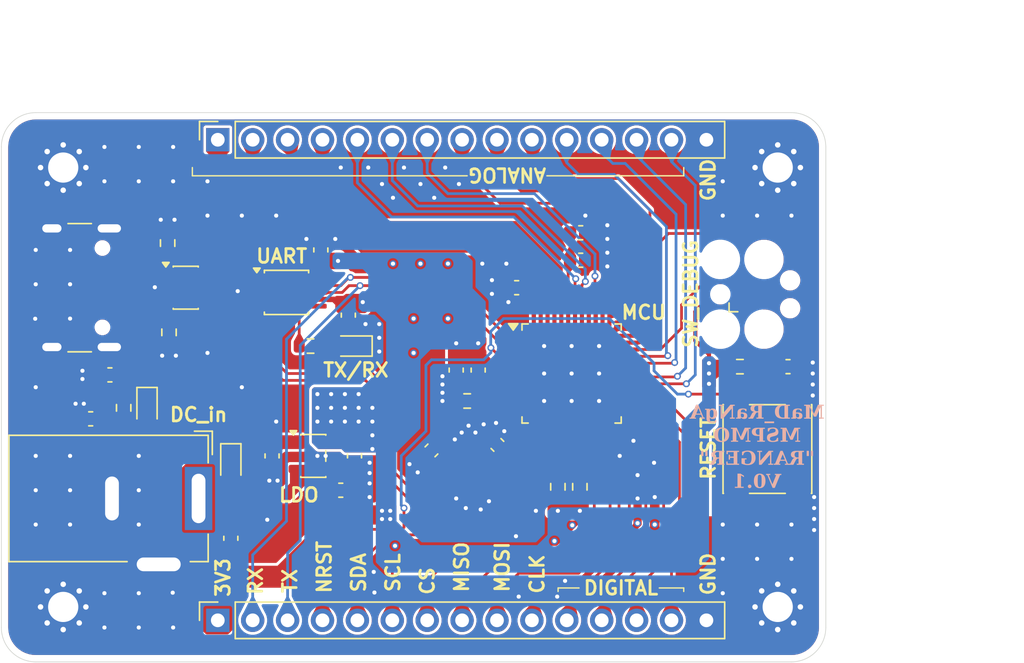
<source format=kicad_pcb>
(kicad_pcb (version 20241229) (generator "pcbnew") (generator_version "9.0")
  (layers (0 "F.Cu" signal) (4 "In1.Cu" power) (6 "In2.Cu" power) (2 "B.Cu" signal) (13 "F.Paste" user) (15 "B.Paste" user) (5 "F.SilkS" user "F.Silkscreen") (7 "B.SilkS" user "B.Silkscreen") (1 "F.Mask" user) (3 "B.Mask" user) (25 "Edge.Cuts" user))
  (net 0 "")
  (net 1 "GND")
  (net 2 "+3V3")
  (net 3 "+1V35")
  (net 4 "/VREF+")
  (net 5 "/NRST")
  (net 6 "/CLK_IN")
  (net 7 "/CLK_OUT")
  (net 8 "+VBUS")
  (net 9 "+VBUSF")
  (net 10 "+VCC")
  (net 11 "+5V")
  (net 12 "/BP_LDO")
  (net 13 "/TNO_LED")
  (net 15 "/USBD+")
  (net 16 "/USBD-")
  (net 17 "/CC2")
  (net 18 "/CC1")
  (net 20 "/SWDIO")
  (net 21 "/SWCLK")
  (net 23 "/UART0_RX")
  (net 24 "/SPI1_MISO")
  (net 25 "/SPI1_CLK")
  (net 26 "/PB14")
  (net 27 "/SDA")
  (net 28 "/SPI1_CS")
  (net 29 "/UART0_TX")
  (net 30 "/PB15")
  (net 31 "/SCL")
  (net 32 "/SPI1_MOSI")
  (net 33 "/PA25")
  (net 34 "/PA18")
  (net 35 "/PA15")
  (net 36 "/PA14")
  (net 37 "/PB19")
  (net 38 "/PB24")
  (net 39 "/PA26")
  (net 40 "/PB17")
  (net 41 "/PB20")
  (net 42 "/PA24")
  (net 43 "/PA27")
  (net 44 "/PB18")
  (net 45 "/PA22")
  (net 46 "/PA17")
  (net 47 "/ROSC")
  (net 48 "/TNO_IC")
  (net 54 "/UART0_CTS")
  (net 56 "/UART0_RTS")
  (net 58 "/USB+")
  (net 59 "/USB-")
  (net 62 "/PB16")
  (net 63 "/PA12")
  (footprint "Resistor_SMD:R_0603_1608Metric" (layer "F.Cu") (at 141.25 118.5)
    (property "Reference" "R1" (hide yes))
    (property "Value" "47k")
  )
  (footprint "Resistor_SMD:R_0603_1608Metric" (layer "F.Cu") (at 96.4 121.5 -90)
    (property "Reference" "R3" (hide yes))
    (property "Value" "0R")
  )
  (footprint "Connector_USB:USB_C_Receptacle_GCT_USB4105-xx-A_16P_TopMnt_Horizontal" (layer "F.Cu") (at 92.25 112.75 -90)
    (property "Reference" "J1" (hide yes))
    (property "Value" "USB_C")
  )
  (footprint "Resistor_SMD:R_0603_1608Metric" (layer "F.Cu") (at 129.6 127.25 -90)
    (property "Reference" "R8" (hide yes))
    (property "Value" "5k1")
  )
  (footprint "Capacitor_SMD:C_0603_1608Metric" (layer "F.Cu") (at 125 112.75 180)
    (property "Reference" "C3" (hide yes))
    (property "Value" "470n")
  )
  (footprint "Capacitor_SMD:C_0603_1608Metric" (layer "F.Cu") (at 112.2 127.5)
    (property "Reference" "C13" (hide yes))
    (property "Value" "470n")
  )
  (footprint "Capacitor_SMD:C_0603_1608Metric" (layer "F.Cu") (at 95.4 119.1 180)
    (property "Reference" "C9" (hide yes))
    (property "Value" "470n")
  )
  (footprint "Crystal:Crystal_SMD_3225-4Pin_3.2x2.5mm" (layer "F.Cu") (at 121.6 126.2 135)
    (property "Reference" "Y1" (hide yes))
    (property "Value" "8MHz")
  )
  (footprint "Package_SO:MSOP-10_3x3mm_P0.5mm" (layer "F.Cu") (at 108.25 113.095)
    (property "Reference" "UART")
    (property "Value" "CH340E")
  )
  (footprint "Capacitor_SMD:C_0603_1608Metric" (layer "F.Cu") (at 129.6625 108.75)
    (property "Reference" "C5" (hide yes))
    (property "Value" "470n")
  )
  (footprint "Diode_SMD:D_0603_1608Metric" (layer "F.Cu") (at 104.2 125.6 -90)
    (property "Reference" "D2" (hide yes))
    (property "Value" "CDBU70-HF")
  )
  (footprint "Capacitor_SMD:C_0603_1608Metric" (layer "F.Cu") (at 122.2 118.75 -90)
    (property "Reference" "C1" (hide yes))
    (property "Value" "10n")
  )
  (footprint "MountingHole:MountingHole_2.2mm_M2_Pad_Via" (layer "F.Cu") (at 92 104)
    (property "Reference" "MH1" (hide yes))
    (property "Value" "MountingHole_Pad")
  )
  (footprint "Resistor_SMD:R_0603_1608Metric" (layer "F.Cu") (at 128 127.25 -90)
    (property "Reference" "R7" (hide yes))
    (property "Value" "5k1")
  )
  (footprint "Capacitor_SMD:C_0603_1608Metric" (layer "F.Cu") (at 120.6 118.75 -90)
    (property "Reference" "C2" (hide yes))
    (property "Value" "10u")
  )
  (footprint "Resistor_SMD:R_0603_1608Metric" (layer "F.Cu") (at 121.4 121)
    (property "Reference" "R2" (hide yes))
    (property "Value" "100k")
  )
  (footprint "Resistor_SMD:R_0603_1608Metric" (layer "F.Cu") (at 99.6 109.5 -90)
    (property "Reference" "R5" (hide yes))
    (property "Value" "5k1")
  )
  (footprint "MountingHole:MountingHole_2.2mm_M2_Pad_Via" (layer "F.Cu") (at 92 136)
    (property "Reference" "MH4" (hide yes))
    (property "Value" "MountingHole_Pad")
  )
  (footprint "Capacitor_SMD:C_0603_1608Metric" (layer "F.Cu") (at 112.75 114.75 -90)
    (property "Reference" "C15" (hide yes))
    (property "Value" "470n")
  )
  (footprint "MountingHole:MountingHole_2.2mm_M2_Pad_Via" (layer "F.Cu") (at 144 104)
    (property "Reference" "MH2" (hide yes))
    (property "Value" "MountingHole_Pad")
  )
  (footprint "Capacitor_SMD:C_0603_1608Metric" (layer "F.Cu") (at 110.75 110 90)
    (property "Reference" "C16" (hide yes))
    (property "Value" "470n")
  )
  (footprint "Connector_PinSocket_2.54mm:PinSocket_1x15_P2.54mm_Vertical" (layer "F.Cu") (at 103.25 101.975 90)
    (property "Reference" "J5" (hide yes))
    (property "Value" "Conn_01x15_Pin")
  )
  (footprint "Capacitor_SMD:C_0603_1608Metric" (layer "F.Cu") (at 113.2 125 -90)
    (property "Reference" "C14" (hide yes))
    (property "Value" "10u")
  )
  (footprint "Capacitor_SMD:C_0603_1608Metric" (layer "F.Cu") (at 123.6 124.2 135)
    (property "Reference" "C8" (hide yes))
    (property "Value" "15p")
  )
  (footprint "Capacitor_SMD:C_0603_1608Metric" (layer "F.Cu") (at 104.2 131 -90)
    (property "Reference" "C11" (hide yes))
    (property "Value" "10u")
  )
  (footprint "Connector:Tag-Connect_TC2030-IDC-FP_2x03_P1.27mm_Vertical" (layer "F.Cu") (at 142.365 113.23)
    (property "Reference" "SW_DEBUG")
    (property "Value" "SW_Debug")
  )
  (footprint "Capacitor_SMD:C_0603_1608Metric" (layer "F.Cu") (at 144.75 118.5)
    (property "Reference" "C6" (hide yes))
    (property "Value" "10n")
  )
  (footprint "Diode_SMD:D_0603_1608Metric" (layer "F.Cu") (at 98.1 121.5 -90)
    (property "Reference" "D1" (hide yes))
    (property "Value" "CDBU70-HF")
  )
  (footprint "Package_QFP:LQFP-48_7x7mm_P0.5mm" (layer "F.Cu") (at 129 119)
    (property "Reference" "MCU")
    (property "Value" "MSPM0G3507SPTR")
  )
  (footprint "LED_SMD:LED_0603_1608Metric" (layer "F.Cu") (at 113 117 180)
    (property "Reference" "TX/RX")
    (property "Value" "LED")
  )
  (footprint "Connector_PinSocket_2.54mm:PinSocket_1x15_P2.54mm_Vertical" (layer "F.Cu") (at 103.25 136.975 90)
    (property "Reference" "J4" (hide yes))
    (property "Value" "Conn_01x15_Pin")
  )
  (footprint "Resistor_SMD:R_0603_1608Metric" (layer "F.Cu") (at 99.7 116 90)
    (property "Reference" "R4" (hide yes))
    (property "Value" "5k1")
  )
  (footprint "Capacitor_SMD:C_0603_1608Metric" (layer "F.Cu") (at 107.2 125 -90)
    (property "Reference" "C12" (hide yes))
    (property "Value" "10u")
  )
  (footprint "MountingHole:MountingHole_2.2mm_M2_Pad_Via" (layer "F.Cu") (at 144 136)
    (property "Reference" "MH3" (hide yes))
    (property "Value" "MountingHole_Pad")
  )
  (footprint "Capacitor_SMD:C_0603_1608Metric" (layer "F.Cu") (at 129.6625 110.75)
    (property "Reference" "C4" (hide yes))
    (property "Value" "470n")
  )
  (footprint "Capacitor_SMD:C_0603_1608Metric" (layer "F.Cu") (at 94 122.3 180)
    (property "Reference" "C10" (hide yes))
    (property "Value" "470n")
  )
  (footprint "Package_TO_SOT_SMD:SOT-23-6" (layer "F.Cu") (at 100.917689 112.75)
    (property "Reference" "U2" (hide yes))
    (property "Value" "USBLC6-2SC6")
  )
  (footprint "Resistor_SMD:R_0603_1608Metric" (layer "F.Cu") (at 110 117 180)
    (property "Reference" "R6" (hide yes))
    (property "Value" "1k")
  )
  (footprint "Capacitor_SMD:C_0603_1608Metric" (layer "F.Cu") (at 118.8 124.6 -135)
    (property "Reference" "C7" (hide yes))
    (property "Value" "15p")
  )
  (footprint "Button_Switch_SMD:SW_SPST_PTS645Sx43SMTR92" (layer "F.Cu") (at 143.25 124.5 90)
    (property "Reference" "RESET")
    (property "Value" "RST_SW")
  )
  (footprint "Package_TO_SOT_SMD:SOT-23-5" (layer "F.Cu") (at 110.2 125)
    (property "Reference" "LDO")
    (property "Value" "SPX3819M5-L-3-3")
  )
  (footprint "Connector_BarrelJack:BarrelJack_GCT_DCJ200-10-A_Horizontal" (layer "F.Cu") (at 101.85 128.1 -90)
    (property "Reference" "DC_in")
    (property "Value" "Barrel_Jack")
  )
  (gr_line (start 101.4 104.6) (end 101.4 104) (stroke (width 0.1)) (layer "F.SilkS"))
  (gr_line (start 137.16 104.6) (end 137.16 104) (stroke (width 0.1)) (layer "F.SilkS"))
  (gr_line (start 137.16 134.62) (end 137.16 134.874) (stroke (width 0.1)) (layer "F.SilkS"))
  (gr_line (start 127.2 104.6) (end 137.16 104.6) (stroke (width 0.1)) (layer "F.SilkS"))
  (gr_line (start 128.016 134.62) (end 128.016 134.874) (stroke (width 0.1)) (layer "F.SilkS"))
  (gr_line (start 121.4 104.6) (end 101.4 104.6) (stroke (width 0.1)) (layer "F.SilkS"))
  (gr_line (start 135.382 134.62) (end 137.16 134.62) (stroke (width 0.1)) (layer "F.SilkS"))
  (gr_line (start 129.54 134.62) (end 128.016 134.62) (stroke (width 0.1)) (layer "F.SilkS"))
  (gr_arc (start 90 140) (mid 88.232233 139.267767) (end 87.5 137.5) (stroke (width 0.05)) (layer "Edge.Cuts"))
  (gr_line (start 145 100) (end 90 100) (stroke (width 0.05)) (layer "Edge.Cuts"))
  (gr_arc (start 145 100) (mid 146.767767 100.732233) (end 147.5 102.5) (stroke (width 0.05)) (layer "Edge.Cuts"))
  (gr_line (start 90 140) (end 145 140) (stroke (width 0.05)) (layer "Edge.Cuts"))
  (gr_arc (start 147.5 137.5) (mid 146.767767 139.267767) (end 145 140) (stroke (width 0.05)) (layer "Edge.Cuts"))
  (gr_arc (start 87.5 102.5) (mid 88.232233 100.732233) (end 90 100) (stroke (width 0.05)) (layer "Edge.Cuts"))
  (gr_line (start 147.5 137.5) (end 147.5 102.5) (stroke (width 0.05)) (layer "Edge.Cuts"))
  (gr_line (start 87.5 102.5) (end 87.5 137.5) (stroke (width 0.05)) (layer "Edge.Cuts"))
  (gr_text "GND" (at 138.938 133.604 90) (layer "F.SilkS") (effects (font (size 1 1) (thickness 0.2) (bold yes))))
  (gr_text "SCL" (at 116 133.5 90) (layer "F.SilkS") (effects (font (size 1 1) (thickness 0.2) (bold yes))))
  (gr_text "SDA" (at 113.5 133.5 90) (layer "F.SilkS") (effects (font (size 1 1) (thickness 0.2) (bold yes))))
  (gr_text "CS\n" (at 118.5 134.112 90) (layer "F.SilkS") (effects (font (size 1 1) (thickness 0.2) (bold yes))))
  (gr_text "GND" (at 138.938 104.902 90) (layer "F.SilkS") (effects (font (size 1 1) (thickness 0.2) (bold yes))))
  (gr_text "DIGITAL" (at 132.588 134.62 0) (layer "F.SilkS") (effects (font (size 1 1) (thickness 0.2) (bold yes))))
  (gr_text "TX" (at 108.5 134.112 90) (layer "F.SilkS") (effects (font (size 1 1) (thickness 0.2) (bold yes))))
  (gr_text "CLK" (at 126.492 133.604 90) (layer "F.SilkS") (effects (font (size 1 1) (thickness 0.2) (bold yes))))
  (gr_text "NRST" (at 111 133.096 90) (layer "F.SilkS") (effects (font (size 1 1) (thickness 0.2) (bold yes))))
  (gr_text "RX" (at 106 134.112 90) (layer "F.SilkS") (effects (font (size 1 1) (thickness 0.2) (bold yes))))
  (gr_text "ANALOG" (at 127.25 103.95 180) (layer "F.SilkS") (effects (font (size 1 1) (thickness 0.2) (bold yes)) (justify left bottom)))
  (gr_text "MISO" (at 121 133.096 90) (layer "F.SilkS") (effects (font (size 1 1) (thickness 0.2) (bold yes))))
  (gr_text "3V3" (at 103.632 133.858 90) (layer "F.SilkS") (effects (font (size 1 1) (thickness 0.2) (bold yes))))
  (gr_text "MOSI" (at 123.952 133.096 90) (layer "F.SilkS") (effects (font (size 1 1) (thickness 0.2) (bold yes))))
  (gr_text "MaD_RaNgA\nMSPMO\n{dblquote}RANGER{dblquote}\nV0.1" (at 142.5 127.5 0) (layer "B.SilkS") (effects (font (size 1 1) (thickness 0.2) (bold yes)) (justify bottom mirror)))
  (via (at 90 112.5) (size 0.5) (drill 0.3) (layers "F.Cu" "B.Cu") (net 1))
  (via (at 92.5 130) (size 0.5) (drill 0.3) (layers "F.Cu" "B.Cu") (net 1))
  (via (at 142.5 132.5) (size 0.5) (drill 0.3) (layers "F.Cu" "B.Cu") (net 1))
  (via (at 100 105) (size 0.5) (drill 0.3) (layers "F.Cu" "B.Cu") (net 1))
  (via (at 131 117) (size 0.5) (drill 0.3) (layers "F.Cu" "B.Cu") (net 1))
  (via (at 135.05 130) (size 0.5) (drill 0.3) (layers "F.Cu" "B.Cu") (net 1))
  (via (at 146.65 130.4) (size 0.5) (drill 0.3) (layers "F.Cu" "B.Cu") (net 1))
  (via (at 132.5 125) (size 0.5) (drill 0.3) (layers "F.Cu" "B.Cu") (net 1))
  (via (at 146.55 118.2) (size 0.5) (drill 0.3) (layers "F.Cu" "B.Cu") (net 1))
  (via (at 146.65 128) (size 0.5) (drill 0.3) (layers "F.Cu" "B.Cu") (net 1))
  (via (at 110.5 125) (size 0.5) (drill 0.3) (layers "F.Cu" "B.Cu") (net 1))
  (via (at 99.969748 134.962279) (size 0.5) (drill 0.3) (layers "F.Cu" "B.Cu") (net 1))
  (via (at 119.6 121) (size 0.5) (drill 0.3) (layers "F.Cu" "B.Cu") (net 1))
  (via (at 129.05 130.05) (size 0.5) (drill 0.3) (layers "F.Cu" "B.Cu") (net 1))
  (via (at 131.6 108.2) (size 0.5) (drill 0.3) (layers "F.Cu" "B.Cu") (net 1))
  (via (at 131.6 109.2) (size 0.5) (drill 0.3) (layers "F.Cu" "B.Cu") (net 1))
  (via (at 90 125) (size 0.5) (drill 0.3) (layers "F.Cu" "B.Cu") (net 1))
  (via (at 93.4 118.8) (size 0.5) (drill 0.3) (layers "F.Cu" "B.Cu") (net 1))
  (via (at 133.8 128.1) (size 0.5) (drill 0.3) (layers "F.Cu" "B.Cu") (net 1))
  (via (at 120 115) (size 0.5) (drill 0.3) (layers "F.Cu" "B.Cu") (net 1))
  (via (at 120 111) (size 0.5) (drill 0.3) (layers "F.Cu" "B.Cu") (net 1))
  (via (at 100.1 107.8) (size 0.5) (drill 0.3) (layers "F.Cu" "B.Cu") (net 1))
  (via (at 119.8 104) (size 0.5) (drill 0.3) (layers "F.Cu" "B.Cu") (net 1))
  (via (at 145 132.5) (size 0.5) (drill 0.3) (layers "F.Cu" "B.Cu") (net 1))
  (via (at 97.5 130) (size 0.5) (drill 0.3) (layers "F.Cu" "B.Cu") (net 1))
  (via (at 117.2 125.6) (size 0.5) (drill 0.3) (layers "F.Cu" "B.Cu") (net 1))
  (via (at 119.6 119.2) (size 0.5) (drill 0.3) (layers "F.Cu" "B.Cu") (net 1))
  (via (at 123.2 113.2) (size 0.5) (drill 0.3) (layers "F.Cu" "B.Cu") (net 1))
  (via (at 114.3 126.25) (size 0.5) (drill 0.3) (layers "F.Cu" "B.Cu") (net 1))
  (via (at 131.6 111.2) (size 0.5) (drill 0.3) (layers "F.Cu" "B.Cu") (net 1))
  (via (at 97.5 102.5) (size 0.5) (drill 0.3) (layers "F.Cu" "B.Cu") (net 1))
  (via (at 120.5 123.8) (size 0.5) (drill 0.3) (layers "F.Cu" "B.Cu") (net 1))
  (via (at 116 106.2) (size 0.5) (drill 0.3) (layers "F.Cu" "B.Cu") (net 1))
  (via (at 92.5 112.5) (size 0.5) (drill 0.3) (layers "F.Cu" "B.Cu") (net 1))
  (via (at 97.5 125) (size 0.5) (drill 0.3) (layers "F.Cu" "B.Cu") (net 1))
  (via (at 120.8 105.2) (size 0.5) (drill 0.3) (layers "F.Cu" "B.Cu") (net 1))
  (via (at 114.2 104) (size 0.5) (drill 0.3) (layers "F.Cu" "B.Cu") (net 1))
  (via (at 114.3 128) (size 0.5) (drill 0.3) (layers "F.Cu" "B.Cu") (net 1))
  (via (at 92.5 110) (size 0.5) (drill 0.3) (layers "F.Cu" "B.Cu") (net 1))
  (via (at 105 120) (size 0.5) (drill 0.3) (layers "F.Cu" "B.Cu") (net 1))
  (via (at 97.5 135) (size 0.5) (drill 0.3) (layers "F.Cu" "B.Cu") (net 1))
  (via (at 95 105) (size 0.5) (drill 0.3) (layers "F.Cu" "B.Cu") (net 1))
  (via (at 133.8 126.4) (size 0.5) (drill 0.3) (layers "F.Cu" "B.Cu") (net 1))
  (via (at 122.5 111) (size 0.5) (drill 0.3) (layers "F.Cu" "B.Cu") (net 1))
  (via (at 109.7 109.2) (size 0.5) (drill 0.3) (layers "F.Cu" "B.Cu") (net 1))
  (via (at 140 132.5) (size 0.5) (drill 0.3) (layers "F.Cu" "B.Cu") (net 1))
  (via (at 122 123.3) (size 0.5) (drill 0.3) (layers "F.Cu" "B.Cu") (net 1))
  (via (at 98.667689 112.717851) (size 0.5) (drill 0.3) (layers "F.Cu" "B.Cu") (net 1))
  (via (at 140 107.5) (size 0.5) (drill 0.3) (layers "F.Cu" "B.Cu") (net 1))
  (via (at 111.1 125) (size 0.5) (drill 0.3) (layers "F.Cu" "B.Cu") (net 1))
  (via (at 116.15 131.55) (size 0.5) (drill 0.3) (layers "F.Cu" "B.Cu") (net 1))
  (via (at 99.1 107.8) (size 0.5) (drill 0.3) (layers "F.Cu" "B.Cu") (net 1))
  (via (at 119 106.2) (size 0.5) (drill 0.3) (layers "F.Cu" "B.Cu") (net 1))
  (via (at 131.6 110.2) (size 0.5) (drill 0.3) (layers "F.Cu" "B.Cu") (net 1))
  (via (at 123.5 122.6) (size 0.5) (drill 0.3) (layers "F.Cu" "B.Cu") (net 1))
  (via (at 114 115.4) (size 0.5) (drill 0.3) (layers "F.Cu" "B.Cu") (net 1))
  (via (at 121.3 128.8) (size 0.5) (drill 0.3) (layers "F.Cu" "B.Cu") (net 1))
  (via (at 135.05 128) (size 0.5) (drill 0.3) (layers "F.Cu" "B.Cu") (net 1))
  (via (at 107.6 126.8) (size 0.5) (drill 0.3) (layers "F.Cu" "B.Cu") (net 1))
  (via (at 124.1 123.2) (size 0.5) (drill 0.3) (layers "F.Cu" "B.Cu") (net 1))
  (via (at 100 137.5) (size 0.5) (drill 0.3) (layers "F.Cu" "B.Cu") (net 1))
  (via (at 131 121) (size 0.5) (drill 0.3) (layers "F.Cu" "B.Cu") (net 1))
  (via (at 117.8 126.2) (size 0.5) (drill 0.3) (layers "F.Cu" "B.Cu") (net 1))
  (via (at 127 117) (size 0.5) (drill 0.3) (layers "F.Cu" "B.Cu") (net 1))
  (via (at 90 127.5) (size 0.5) (drill 0.3) (layers "F.Cu" "B.Cu") (net 1))
  (via (at 90 120) (size 0.5) (drill 0.3) (layers "F.Cu" "B.Cu") (net 1))
  (via (at 105 107.5) (size 0.5) (drill 0.3) (layers "F.Cu" "B.Cu") (net 1))
  (via (at 114.6 133.45) (size 0.5) (drill 0.3) (layers "F.Cu" "B.Cu") (net 1))
  (via (at 92.5 115) (size 0.5) (drill 0.3) (layers "F.Cu" "B.Cu") (net 1))
  (via (at 135 125.5) (size 0.5) (drill 0.3) (layers "F.Cu" "B.Cu") (net 1))
  (via (at 102.5 107.5) (size 0.5) (drill 0.3) (layers "F.Cu" "B.Cu") (net 1))
  (via (at 115.2 105.2) (size 0.5) (drill 0.3) (layers "F.Cu" "B.Cu") (net 1))
  (via (at 129 121) (size 0.5) (drill 0.3) (layers "F.Cu" "B.Cu") (net 1))
  (via (at 92.5 125) (size 0.5) (drill 0.3) (layers "F.Cu" "B.Cu") (net 1))
  (via (at 116.8 104) (size 0.5) (drill 0.3) (layers "F.Cu" "B.Cu") (net 1))
  (via (at 131 119) (size 0.5) (drill 0.3) (layers "F.Cu" "B.Cu") (net 1))
  (via (at 121.5 122.8) (size 0.5) (drill 0.3) (layers "F.Cu" "B.Cu") (net 1))
  (via (at 130 107.5) (size 0.5) (drill 0.3) (layers "F.Cu" "B.Cu") (net 1))
  (via (at 122.385508 128.901992) (size 0.5) (drill 0.3) (layers "F.Cu" "B.Cu") (net 1))
  (via (at 114.3 127) (size 0.5) (drill 0.3) (layers "F.Cu" "B.Cu") (net 1))
  (via (at 116 111) (size 0.5) (drill 0.3) (layers "F.Cu" "B.Cu") (net 1))
  (via (at 99.2 117.7) (size 0.5) (drill 0.3) (layers "F.Cu" "B.Cu") (net 1))
  (via (at 140 105) (size 0.5) (drill 0.3) (layers "F.Cu" "B.Cu") (net 1))
  (via (at 92.5 127.5) (size 0.5) (drill 0.3) (layers "F.Cu" "B.Cu") (net 1))
  (via (at 115 117.4) (size 0.5) (drill 0.3) (layers "F.Cu" "B.Cu") (net 1))
  (via (at 104.7 113) (size 0.5) (drill 0.3) (layers "F.Cu" "B.Cu") (net 1))
  (via (at 106.85 129.65) (size 0.5) (drill 0.3) (layers "F.Cu" "B.Cu") (net 1))
  (via (at 97.5 105) (size 0.5) (drill 0.3) (layers "F.Cu" "B.Cu") (net 1))
  (via (at 95 102.5) (size 0.5) (drill 0.3) (layers "F.Cu" "B.Cu") (net 1))
  (via (at 118 105.2) (size 0.5) (drill 0.3) (layers "F.Cu" "B.Cu") (net 1))
  (via (at 120.6 128.1) (size 0.5) (drill 0.3) (layers "F.Cu" "B.Cu") (net 1))
  (via (at 126.4 129) (size 0.5) (drill 0.3) (layers "F.Cu" "B.Cu") (net 1))
  (via (at 97.5 127.5) (size 0.5) (drill 0.3) (layers "F.Cu" "B.Cu") (net 1))
  (via (at 146.65 129.6) (size 0.5) (drill 0.3) (layers "F.Cu" "B.Cu") (net 1))
  (via (at 124.25 111) (size 0.5) (drill 0.3) (layers "F.Cu" "B.Cu") (net 1))
  (via (at 124.95 130.85) (size 0.5) (drill 0.3) (layers "F.Cu" "B.Cu") (net 1))
  (via (at 145 130) (size 0.5) (drill 0.3) (layers "F.Cu" "B.Cu") (net 1))
  (via (at 129 117) (size 0.5) (drill 0.3) (layers "F.Cu" "B.Cu") (net 1))
  (via (at 125.15 135.25) (size 0.5) (drill 0.3) (layers "F.Cu" "B.Cu") (net 1))
  (via (at 102.5 117.5) (size 0.5) (drill 0.3) (layers "F.Cu" "B.Cu") (net 1))
  (via (at 114.3 125.5) (size 0.5) (drill 0.3) (layers "F.Cu" "B.Cu") (net 1))
  (via (at 123.2 112.2) (size 0.5) (drill 0.3) (layers "F.Cu" "B.Cu") (net 1))
  (via (at 90 130) (size 0.5) (drill 0.3) (layers "F.Cu" "B.Cu") (net 1))
  (via (at 124.4 113.8) (size 0.5) (drill 0.3) (layers "F.Cu" "B.Cu") (net 1))
  (via (at 146.55 120.6) (size 0.5) (drill 0.3) (layers "F.Cu" "B.Cu") (net 1))
  (via (at 146.55 119.8) (size 0.5) (drill 0.3) (layers "F.Cu" "B.Cu") (net 1))
  (via (at 142.5 130) (size 0.5) (drill 0.3) (layers "F.Cu" "B.Cu") (net 1))
  (via (at 127.75 131.2) (size 0.5) (drill 0.3) (layers "F.Cu" "B.Cu") (net 1))
  (via (at 133.8 129.9) (size 0.5) (drill 0.3) (layers "F.Cu" "B.Cu") (net 1))
  (via (at 142.5 107.5) (size 0.5) (drill 0.3) (layers "F.Cu" "B.Cu") (net 1))
  (via (at 118 111) (size 0.5) (drill 0.3) (layers "F.Cu" "B.Cu") (net 1))
  (via (at 140 135) (size 0.5) (drill 0.3) (layers "F.Cu" "B.Cu") (net 1))
  (via (at 107.5 122.5) (size 0.5) (drill 0.3) (layers "F.Cu" "B.Cu") (net 1))
  (via (at 122.985508 128.301992) (size 0.5) (drill 0.3) (layers "F.Cu" "B.Cu") (net 1))
  (via (at 111.8 109.2) (size 0.5) (drill 0.3) (layers "F.Cu" "B.Cu") (net 1))
  (via (at 146.55 119) (size 0.5) (drill 0.3) (layers "F.Cu" "B.Cu") (net 1))
  (via (at 100.2 117.7) (size 0.5) (drill 0.3) (layers "F.Cu" "B.Cu") (net 1))
  (via (at 112.2 104) (size 0.5) (drill 0.3) (layers "F.Cu" "B.Cu") (net 1))
  (via (at 129 119) (size 0.5) (drill 0.3) (layers "F.Cu" "B.Cu") (net 1))
  (via (at 115 115.4) (size 0.5) (drill 0.3) (layers "F.Cu" "B.Cu") (net 1))
  (via (at 93.4 119.4) (size 0.5) (drill 0.3) (layers "F.Cu" "B.Cu") (net 1))
  (via (at 97.5 137.5) (size 0.5) (drill 0.3) (layers "F.Cu" "B.Cu") (net 1))
  (via (at 119.6 120.4) (size 0.5) (drill 0.3) (layers "F.Cu" "B.Cu") (net 1))
  (via (at 95 137.5) (size 0.5) (drill 0.3) (layers "F.Cu" "B.Cu") (net 1))
  (via (at 119.6 119.8) (size 0.5) (drill 0.3) (layers "F.Cu" "B.Cu") (net 1))
  (via (at 117.5 117.5) (size 0.5) (drill 0.3) (layers "F.Cu" "B.Cu") (net 1))
  (via (at 100 102.5) (size 0.5) (drill 0.3) (layers "F.Cu" "B.Cu") (net 1))
  (via (at 133.5 123.9) (size 0.5) (drill 0.3) (layers "F.Cu" "B.Cu") (net 1))
  (via (at 107.5 107.5) (size 0.5) (drill 0.3) (layers "F.Cu" "B.Cu") (net 1))
  (via (at 89.96183 115.009986) (size 0.5) (drill 0.3) (layers "F.Cu" "B.Cu") (net 1))
  (via (at 102.5 105) (size 0.5) (drill 0.3) (layers "F.Cu" "B.Cu") (net 1))
  (via (at 115 116.4) (size 0.5) (drill 0.3) (layers "F.Cu" "B.Cu") (net 1))
  (via (at 127.95 135.25) (size 0.5) (drill 0.3) (layers "F.Cu" "B.Cu") (net 1))
  (via (at 146.65 128.8) (size 0.5) (drill 0.3) (layers "F.Cu" "B.Cu") (net 1))
  (via (at 128.524 134.1) (size 0.5) (drill 0.3) (layers "F.Cu" "B.Cu") (net 1))
  (via (at 145 107.5) (size 0.5) (drill 0.3) (layers "F.Cu" "B.Cu") (net 1))
  (via (at 95 135) (size 0.5) (drill 0.3) (layers "F.Cu" "B.Cu") (net 1))
  (via (at 140 130) (size 0.5) (drill 0.3) (layers "F.Cu" "B.Cu") (net 1))
  (via (at 117.5 115) (size 0.5) (drill 0.3) (layers "F.Cu" "B.Cu") (net 1))
  (via (at 93.5 121.2) (size 0.5) (drill 0.3) (layers "F.Cu" "B.Cu") (net 1))
  (via (at 127 119) (size 0.5) (drill 0.3) (layers "F.Cu" "B.Cu") (net 1))
  (via (at 114.65 134.95) (size 0.5) (drill 0.3) (layers "F.Cu" "B.Cu") (net 1))
  (via (at 121 123.3) (size 0.5) (drill 0.3) (layers "F.Cu" "B.Cu") (net 1))
  (via (at 122.6 122.7) (size 0.5) (drill 0.3) (layers "F.Cu" "B.Cu") (net 1))
  (via (at 127 121) (size 0.5) (drill 0.3) (layers "F.Cu" "B.Cu") (net 1))
  (via (at 92.9 121.2) (size 0.5) (drill 0.3) (layers "F.Cu" "B.Cu") (net 1))
  (via (at 107 126.8) (size 0.5) (drill 0.3) (layers "F.Cu" "B.Cu") (net 1))
  (via (at 90 110) (size 0.5) (drill 0.3) (layers "F.Cu" "B.Cu") (net 1))
  (segment (start 138 116.6) (end 139 117.6) (width 0.3) (layer "F.Cu") (net 2))
  (segment (start 138.3737 114.1263) (end 138 114.5) (width 0.3) (layer "F.Cu") (net 2))
  (segment (start 140.8337 114.1263) (end 138.3737 114.1263) (width 0.3) (layer "F.Cu") (net 2))
  (segment (start 139 117.6) (end 139 118.25) (width 0.3) (layer "F.Cu") (net 2))
  (segment (start 138 114.5) (end 138 116.6) (width 0.3) (layer "F.Cu") (net 2))
  (segment (start 124.8375 118.75) (end 124.8135 118.774) (width 0.25) (layer "F.Cu") (net 2))
  (segment (start 141.095 113.865) (end 140.8337 114.1263) (width 0.3) (layer "F.Cu") (net 2))
  (via (at 115.8 129) (size 0.5) (drill 0.3) (layers "F.Cu" "B.Cu") (net 2))
  (via (at 113.5 121.5) (size 0.5) (drill 0.3) (layers "F.Cu" "B.Cu") (net 2))
  (via (at 122.2 116.8) (size 0.5) (drill 0.3) (layers "F.Cu" "B.Cu") (net 2))
  (via (at 112 110.8) (size 0.5) (drill 0.3) (layers "F.Cu" "B.Cu") (net 2))
  (via (at 139 118.25) (size 0.5) (drill 0.3) (layers "F.Cu" "B.Cu") (net 2))
  (via (at 139 119) (size 0.5) (drill 0.3) (layers "F.Cu" "B.Cu") (net 2))
  (via (at 111.5 121.5) (size 0.5) (drill 0.3) (layers "F.Cu" "B.Cu") (net 2))
  (via (at 113.5 122.5) (size 0.5) (drill 0.3) (layers "F.Cu" "B.Cu") (net 2))
  (via (at 111.5 122.5) (size 0.5) (drill 0.3) (layers "F.Cu" "B.Cu") (net 2))
  (via (at 128 129) (size 0.5) (drill 0.3) (layers "F.Cu" "B.Cu") (net 2))
  (via (at 114.5 122.5) (size 0.5) (drill 0.3) (layers "F.Cu" "B.Cu") (net 2))
  (via (at 114.5 121.5) (size 0.5) (drill 0.3) (layers "F.Cu" "B.Cu") (net 2))
  (via (at 120.6 116.8) (size 0.5) (drill 0.3) (layers "F.Cu" "B.Cu") (net 2))
  (via (at 111.5 120.5) (size 0.5) (drill 0.3) (layers "F.Cu" "B.Cu") (net 2))
  (via (at 139 119.75) (size 0.5) (drill 0.3) (layers "F.Cu" "B.Cu") (net 2))
  (via (at 110.5 122.5) (size 0.5) (drill 0.3) (layers "F.Cu" "B.Cu") (net 2))
  (via (at 115.2 129) (size 0.5) (drill 0.3) (layers "F.Cu" "B.Cu") (net 2))
  (via (at 112.5 121.5) (size 0.5) (drill 0.3) (layers "F.Cu" "B.Cu") (net 2))
  (via (at 113.5 120.5) (size 0.5) (drill 0.3) (layers "F.Cu" "B.Cu") (net 2))
  (via (at 129.6 129) (size 0.5) (drill 0.3) (layers "F.Cu" "B.Cu") (net 2))
  (via (at 114.5 123.5) (size 0.5) (drill 0.3) (layers "F.Cu" "B.Cu") (net 2))
  (via (at 114.5 124.5) (size 0.5) (drill 0.3) (layers "F.Cu" "B.Cu") (net 2))
  (via (at 112.5 122.5) (size 0.5) (drill 0.3) (layers "F.Cu" "B.Cu") (net 2))
  (via (at 113.8 113.8) (size 0.5) (drill 0.3) (layers "F.Cu" "B.Cu") (net 2))
  (via (at 115.2 129.6) (size 0.5) (drill 0.3) (layers "F.Cu" "B.Cu") (net 2))
  (via (at 115.8 129.6) (size 0.5) (drill 0.3) (layers "F.Cu" "B.Cu") (net 2))
  (via (at 110.5 121.5) (size 0.5) (drill 0.3) (layers "F.Cu" "B.Cu") (net 2))
  (via (at 110.5 120.5) (size 0.5) (drill 0.3) (layers "F.Cu" "B.Cu") (net 2))
  (via (at 112.5 120.5) (size 0.5) (drill 0.3) (layers "F.Cu" "B.Cu") (net 2))
  (segment (start 128.8875 110.75) (end 128.8875 108.75) (width 0.2) (layer "F.Cu") (net 4))
  (segment (start 128.75 114.8375) (end 128.75 110.8875) (width 0.2) (layer "F.Cu") (net 4))
  (segment (start 128.75 110.8875) (end 128.8875 110.75) (width 0.2) (layer "F.Cu") (net 4))
  (segment (start 140.98 120.5) (end 141 120.52) (width 0.2) (layer "F.Cu") (net 5))
  (segment (start 141.46155 116.407247) (end 143 117.945697) (width 0.2) (layer "F.Cu") (net 5))
  (segment (start 143 117.945697) (end 143 119.6) (width 0.2) (layer "F.Cu") (net 5))
  (segment (start 141 128.48) (end 141 120.52) (width 0.2) (layer "F.Cu") (net 5))
  (segment (start 142.08 120.52) (end 141 120.52) (width 0.2) (layer "F.Cu") (net 5))
  (segment (start 142.365 113.865) (end 141.46155 114.76845) (width 0.2) (layer "F.Cu") (net 5))
  (segment (start 110.87 133.53) (end 114.05 130.35) (width 0.2) (layer "F.Cu") (net 5))
  (segment (start 143 119.6) (end 142.08 120.52) (width 0.2) (layer "F.Cu") (net 5))
  (segment (start 143.975 118.5) (end 142.075 118.5) (width 0.2) (layer "F.Cu") (net 5))
  (segment (start 116.8 130.2) (end 116.8 128.8) (width 0.2) (layer "F.Cu") (net 5))
  (segment (start 114.05 130.35) (end 116.65 130.35) (width 0.2) (layer "F.Cu") (net 5))
  (segment (start 123.75 117.75) (end 124.8375 117.75) (width 0.2) (layer "F.Cu") (net 5))
  (segment (start 116.65 130.35) (end 116.8 130.2) (width 0.2) (layer "F.Cu") (net 5))
  (segment (start 123.125 117.125) (end 123.75 117.75) (width 0.2) (layer "F.Cu") (net 5))
  (segment (start 137.5 120.5) (end 140.98 120.5) (width 0.2) (layer "F.Cu") (net 5))
  (segment (start 110.87 136.975) (end 110.87 133.53) (width 0.2) (layer "F.Cu") (net 5))
  (segment (start 141.46155 114.76845) (end 141.46155 116.407247) (width 0.2) (layer "F.Cu") (net 5))
  (via (at 137.5 120.5) (size 0.5) (drill 0.3) (layers "F.Cu" "B.Cu") (net 5))
  (via (at 116.8 128.8) (size 0.5) (drill 0.3) (layers "F.Cu" "B.Cu") (net 5))
  (via (at 123.125 117.125) (size 0.5) (drill 0.3) (layers "F.Cu" "B.Cu") (net 5))
  (segment (start 135 118.8) (end 135 118.25) (width 0.2) (layer "B.Cu") (net 5))
  (segment (start 124.05 115) (end 123.114968 115.935032) (width 0.2) (layer "B.Cu") (net 5))
  (segment (start 123.114968 115.935032) (end 123.114968 117.114968) (width 0.2) (layer "B.Cu") (net 5))
  (segment (start 118.4 123.2) (end 118.4 118.4) (width 0.2) (layer "B.Cu") (net 5))
  (segment (start 116.6 125) (end 118.4 123.2) (width 0.2) (layer "B.Cu") (net 5))
  (segment (start 137.5 120.5) (end 136.7 120.5) (width 0.2) (layer "B.Cu") (net 5))
  (segment (start 116.8 128.8) (end 116.6 128.6) (width 0.2) (layer "B.Cu") (net 5))
  (segment (start 116.6 128.6) (end 116.6 125) (width 0.2) (layer "B.Cu") (net 5))
  (segment (start 118.8 118) (end 122.6 118) (width 0.2) (layer "B.Cu") (net 5))
  (segment (start 118.4 118.4) (end 118.8 118) (width 0.2) (layer "B.Cu") (net 5))
  (segment (start 135 118.25) (end 131.75 115) (width 0.2) (layer "B.Cu") (net 5))
  (segment (start 136.7 120.5) (end 135 118.8) (width 0.2) (layer "B.Cu") (net 5))
  (segment (start 122.6 118) (end 123.125 117.475) (width 0.2) (layer "B.Cu") (net 5))
  (segment (start 123.125 117.475) (end 123.125 117.125) (width 0.2) (layer "B.Cu") (net 5))
  (segment (start 123.114968 117.114968) (end 123.125 117.125) (width 0.2) (layer "B.Cu") (net 5))
  (segment (start 131.75 115) (end 124.05 115) (width 0.2) (layer "B.Cu") (net 5))
  (segment (start 123.658268 121.25) (end 124.8375 121.25) (width 0.2) (layer "F.Cu") (net 6))
  (segment (start 122.908268 122) (end 123.658268 121.25) (width 0.2) (layer "F.Cu") (net 6))
  (segment (start 121.3 122) (end 122.908268 122) (width 0.2) (layer "F.Cu") (net 6))
  (segment (start 119.148008 124.151992) (end 121.3 122) (width 0.2) (layer "F.Cu") (net 6))
  (segment (start 119.6 125.402081) (end 119.6 124.603984) (width 0.2) (layer "F.Cu") (net 6))
  (segment (start 120.221142 126.023223) (end 119.6 125.402081) (width 0.2) (layer "F.Cu") (net 6))
  (segment (start 119.6 124.603984) (end 119.148008 124.151992) (width 0.2) (layer "F.Cu") (net 6))
  (segment (start 124.8375 124.058516) (end 124.8375 121.75) (width 0.2) (layer "F.Cu") (net 7))
  (segment (start 124.148008 125.207627) (end 124.148008 124.748008) (width 0.2) (layer "F.Cu") (net 7))
  (segment (start 124.148008 124.748008) (end 124.8375 124.058516) (width 0.2) (layer "F.Cu") (net 7))
  (segment (start 122.978858 126.376777) (end 124.148008 125.207627) (width 0.2) (layer "F.Cu") (net 7))
  (segment (start 111.425 126.0375) (end 111.3375 125.95) (width 0.2) (layer "F.Cu") (net 12))
  (segment (start 111.425 127.5) (end 111.425 126.0375) (width 0.2) (layer "F.Cu") (net 12))
  (segment (start 110.825 117) (end 112.2125 117) (width 0.2) (layer "F.Cu") (net 13))
  (segment (start 98.061438 112.975) (end 98.786438 113.7) (width 0.25) (layer "F.Cu") (net 15))
  (segment (start 97.1 112.5) (end 97.575 112.975) (width 0.25) (layer "F.Cu") (net 15))
  (segment (start 96.831 112.731) (end 96.831 113.269) (width 0.25) (layer "F.Cu") (net 15))
  (segment (start 95.93 112.5) (end 96.6 112.5) (width 0.25) (layer "F.Cu") (net 15))
  (segment (start 97.575 112.975) (end 98.061438 112.975) (width 0.25) (layer "F.Cu") (net 15))
  (segment (start 96.6 112.5) (end 96.831 112.731) (width 0.25) (layer "F.Cu") (net 15))
  (segment (start 98.786438 113.7) (end 99.780189 113.7) (width 0.25) (layer "F.Cu") (net 15))
  (segment (start 95.93 112.5) (end 97.1 112.5) (width 0.25) (layer "F.Cu") (net 15))
  (segment (start 96.831 113.269) (end 96.6 113.5) (width 0.25) (layer "F.Cu") (net 15))
  (segment (start 96.6 113.5) (end 95.93 113.5) (width 0.25) (layer "F.Cu") (net 15))
  (segment (start 95.93 113) (end 95.2 113) (width 0.25) (layer "F.Cu") (net 16))
  (segment (start 98.091689 112.479263) (end 98.091689 112.494749) (width 0.25) (layer "F.Cu") (net 16))
  (segment (start 95 112.285822) (end 95.285822 112) (width 0.25) (layer "F.Cu") (net 16))
  (segment (start 99.780189 111.8) (end 98.770952 111.8) (width 0.25) (layer "F.Cu") (net 16))
  (segment (start 98.062438 112.524) (end 97.801445 112.524) (width 0.25) (layer "F.Cu") (net 16))
  (segment (start 95.954 112.024) (end 95.93 112) (width 0.25) (layer "F.Cu") (net 16))
  (segment (start 97.26281 112.025) (end 97.26181 112.024) (width 0.25) (layer "F.Cu") (net 16))
  (segment (start 98.091689 112.494749) (end 98.062438 112.524) (width 0.25) (layer "F.Cu") (net 16))
  (segment (start 98.770952 111.8) (end 98.091689 112.479263) (width 0.25) (layer "F.Cu") (net 16))
  (segment (start 95.285822 112) (end 95.93 112) (width 0.25) (layer "F.Cu") (net 16))
  (segment (start 95 112.8) (end 95 112.285822) (width 0.25) (layer "F.Cu") (net 16))
  (segment (start 95.2 113) (end 95 112.8) (width 0.25) (layer "F.Cu") (net 16))
  (segment (start 97.302445 112.025) (end 97.26281 112.025) (width 0.25) (layer "F.Cu") (net 16))
  (segment (start 97.801445 112.524) (end 97.302445 112.025) (width 0.25) (layer "F.Cu") (net 16))
  (segment (start 97.26181 112.024) (end 95.954 112.024) (width 0.25) (layer "F.Cu") (net 16))
  (segment (start 99.075 115.175) (end 98.4 114.5) (width 0.2) (layer "F.Cu") (net 17))
  (segment (start 99.7 115.175) (end 99.075 115.175) (width 0.2) (layer "F.Cu") (net 17))
  (segment (start 98.4 114.5) (end 95.93 114.5) (width 0.2) (layer "F.Cu") (net 17))
  (segment (start 97.8 111.5) (end 95.93 111.5) (width 0.2) (layer "F.Cu") (net 18))
  (segment (start 99.6 110.325) (end 98.975 110.325) (width 0.2) (layer "F.Cu") (net 18))
  (segment (start 98.975 110.325) (end 97.8 111.5) (width 0.2) (layer "F.Cu") (net 18))
  (segment (start 140.595 112.595) (end 140.3837 112.3837) (width 0.2) (layer "F.Cu") (net 20))
  (segment (start 141.095 112.595) (end 140.595 112.595) (width 0.2) (layer "F.Cu") (net 20))
  (segment (start 137 115.7) (end 135.45 117.25) (width 0.2) (layer "F.Cu") (net 20))
  (segment (start 137 114) (end 137 115.7) (width 0.2) (layer "F.Cu") (net 20))
  (segment (start 135.45 117.25) (end 133.1625 117.25) (width 0.2) (layer "F.Cu") (net 20))
  (segment (start 140.3837 112.3837) (end 138.6163 112.3837) (width 0.2) (layer "F.Cu") (net 20))
  (segment (start 138.6163 112.3837) (end 137 114) (width 0.2) (layer "F.Cu") (net 20))
  (segment (start 136.05 108.8) (end 140.6 108.8) (width 0.2) (layer "F.Cu") (net 21))
  (segment (start 140.6 108.8) (end 141.4 109.6) (width 0.2) (layer "F.Cu") (net 21))
  (segment (start 134.75 116.75) (end 135.4 116.1) (width 0.2) (layer "F.Cu") (net 21))
  (segment (start 133.1625 116.75) (end 134.75 116.75) (width 0.2) (layer "F.Cu") (net 21))
  (segment (start 141.4 109.6) (end 141.4 111.63) (width 0.2) (layer "F.Cu") (net 21))
  (segment (start 135.4 116.1) (end 135.4 109.45) (width 0.2) (layer "F.Cu") (net 21))
  (segment (start 141.4 111.63) (end 142.365 112.595) (width 0.2) (layer "F.Cu") (net 21))
  (segment (start 135.4 109.45) (end 136.05 108.8) (width 0.2) (layer "F.Cu") (net 21))
  (segment (start 113.6 112.6) (end 119.6 112.6) (width 0.2) (layer "F.Cu") (net 23))
  (segment (start 112.8 112.6) (end 113.6 112.6) (width 0.2) (layer "F.Cu") (net 23))
  (segment (start 112.305 113.095) (end 112.8 112.6) (width 0.2) (layer "F.Cu") (net 23))
  (segment (start 110.3625 113.095) (end 112.305 113.095) (width 0.2) (layer "F.Cu") (net 23))
  (segment (start 119.6 112.6) (end 123.75 116.75) (width 0.2) (layer "F.Cu") (net 23))
  (segment (start 123.75 116.75) (end 124.8375 116.75) (width 0.2) (layer "F.Cu") (net 23))
  (via (at 113.6 112.6) (size 0.5) (drill 0.3) (layers "F.Cu" "B.Cu") (net 23))
  (segment (start 108.33 132.07) (end 109.25 131.15) (width 0.2) (layer "B.Cu") (net 23))
  (segment (start 109.25 116.945129) (end 113.595129 112.6) (width 0.2) (layer "B.Cu") (net 23))
  (segment (start 113.595129 112.6) (end 113.6 112.6) (width 0.2) (layer "B.Cu") (net 23))
  (segment (start 108.33 136.975) (end 108.33 132.07) (width 0.2) (layer "B.Cu") (net 23))
  (segment (start 109.25 131.15) (end 109.25 116.945129) (width 0.2) (layer "B.Cu") (net 23))
  (segment (start 132.45 129.6) (end 129.05 133) (width 0.2) (layer "F.Cu") (net 24))
  (segment (start 130.25 123.1625) (end 130.25 124.55) (width 0.2) (layer "F.Cu") (net 24))
  (segment (start 129.05 133) (end 123.4 133) (width 0.2) (layer "F.Cu") (net 24))
  (segment (start 121.03 135.37) (end 121.03 136.975) (width 0.2) (layer "F.Cu") (net 24))
  (segment (start 130.25 124.55) (end 132.45 126.75) (width 0.2) (layer "F.Cu") (net 24))
  (segment (start 132.45 126.75) (end 132.45 129.6) (width 0.2) (layer "F.Cu") (net 24))
  (segment (start 123.4 133) (end 121.03 135.37) (width 0.2) (layer "F.Cu") (net 24))
  (segment (start 131.6 124.3) (end 132.85 124.3) (width 0.2) (layer "F.Cu") (net 25))
  (segment (start 129.95 134.6) (end 127.3 134.6) (width 0.2) (layer "F.Cu") (net 25))
  (segment (start 127.3 134.6) (end 126.11 135.79) (width 0.2) (layer "F.Cu") (net 25))
  (segment (start 131.25 123.1625) (end 131.25 123.95) (width 0.2) (layer "F.Cu") (net 25))
  (segment (start 134.4 125.85) (end 134.4 130.15) (width 0.2) (layer "F.Cu") (net 25))
  (segment (start 132.85 124.3) (end 134.4 125.85) (width 0.2) (layer "F.Cu") (net 25))
  (segment (start 126.11 135.79) (end 126.11 136.975) (width 0.2) (layer "F.Cu") (net 25))
  (segment (start 134.4 130.15) (end 129.95 134.6) (width 0.2) (layer "F.Cu") (net 25))
  (segment (start 131.25 123.95) (end 131.6 124.3) (width 0.2) (layer "F.Cu") (net 25))
  (segment (start 130.6 135.5) (end 135.7 130.4) (width 0.2) (layer "F.Cu") (net 26))
  (segment (start 128.65 136.975) (end 128.65 136) (width 0.2) (layer "F.Cu") (net 26))
  (segment (start 135.7 130.4) (end 135.7 125.15) (width 0.2) (layer "F.Cu") (net 26))
  (segment (start 129.15 135.5) (end 130.6 135.5) (width 0.2) (layer "F.Cu") (net 26))
  (segment (start 133.7125 123.1625) (end 131.75 123.1625) (width 0.2) (layer "F.Cu") (net 26))
  (segment (start 135.7 125.15) (end 133.7125 123.1625) (width 0.2) (layer "F.Cu") (net 26))
  (segment (start 128.65 136) (end 129.15 135.5) (width 0.2) (layer "F.Cu") (net 26))
  (segment (start 115.65 130.75) (end 113.41 132.99) (width 0.2) (layer "F.Cu") (net 27))
  (segment (start 127.475 126.425) (end 123.15 130.75) (width 0.2) (layer "F.Cu") (net 27))
  (segment (start 128 126.425) (end 127.475 126.425) (width 0.2) (layer "F.Cu") (net 27))
  (segment (start 113.41 132.99) (end 113.41 136.975) (width 0.2) (layer "F.Cu") (net 27))
  (segment (start 128.75 125.05) (end 128 125.8) (width 0.2) (layer "F.Cu") (net 27))
  (segment (start 123.15 130.75) (end 115.65 130.75) (width 0.2) (layer "F.Cu") (net 27))
  (segment (start 128 125.8) (end 128 126.425) (width 0.2) (layer "F.Cu") (net 27))
  (segment (start 128.75 123.1625) (end 128.75 125.05) (width 0.2) (layer "F.Cu") (net 27))
  (segment (start 120.15 132.45) (end 128.65 132.45) (width 0.2) (layer "F.Cu") (net 28))
  (segment (start 129.75 124.85) (end 129.75 123.1625) (width 0.2) (layer "F.Cu") (net 28))
  (segment (start 128.65 132.45) (end 131.8 129.3) (width 0.2) (layer "F.Cu") (net 28))
  (segment (start 118.49 134.11) (end 120.15 132.45) (width 0.2) (layer "F.Cu") (net 28))
  (segment (start 118.49 136.975) (end 118.49 134.11) (width 0.2) (layer "F.Cu") (net 28))
  (segment (start 131.8 129.3) (end 131.8 126.9) (width 0.2) (layer "F.Cu") (net 28))
  (segment (start 131.8 126.9) (end 129.75 124.85) (width 0.2) (layer "F.Cu") (net 28))
  (segment (start 124.25 116.25) (end 120 112) (width 0.2) (layer "F.Cu") (net 29))
  (segment (start 120 112) (end 112.9 112) (width 0.2) (layer "F.Cu") (net 29))
  (segment (start 112.205 112.595) (end 110.3625 112.595) (width 0.2) (layer "F.Cu") (net 29))
  (segment (start 112.8 112) (end 112.205 112.595) (width 0.2) (layer "F.Cu") (net 29))
  (segment (start 124.8375 116.25) (end 124.25 116.25) (width 0.2) (layer "F.Cu") (net 29))
  (segment (start 112.9 112) (end 112.8 112) (width 0.2) (layer "F.Cu") (net 29))
  (via (at 112.9 112) (size 0.5) (drill 0.3) (layers "F.Cu" "B.Cu") (net 29))
  (segment (start 112.75 112) (end 112.9 112) (width 0.2) (layer "B.Cu") (net 29))
  (segment (start 108.25 129.75) (end 108.25 116.5) (width 0.2) (layer "B.Cu") (net 29))
  (segment (start 105.79 136.975) (end 105.79 132.21) (width 0.2) (layer "B.Cu") (net 29))
  (segment (start 105.79 132.21) (end 108.25 129.75) (width 0.2) (layer "B.Cu") (net 29))
  (segment (start 108.25 116.5) (end 112.75 112) (width 0.2) (layer "B.Cu") (net 29))
  (segment (start 131.19 136.975) (end 131.19 135.86) (width 0.2) (layer "F.Cu") (net 30))
  (segment (start 134.6 121.75) (end 133.1625 121.75) (width 0.2) (layer "F.Cu") (net 30))
  (segment (start 131.19 135.86) (end 136.85 130.2) (width 0.2) (layer "F.Cu") (net 30))
  (segment (start 136.85 124) (end 134.6 121.75) (width 0.2) (layer "F.Cu") (net 30))
  (segment (start 136.85 130.2) (end 136.85 124) (width 0.2) (layer "F.Cu") (net 30))
  (segment (start 115.95 133.05) (end 115.95 136.975) (width 0.2) (layer "F.Cu") (net 31))
  (segment (start 130.425 126.425) (end 130.65 126.65) (width 0.2) (layer "F.Cu") (net 31))
  (segment (start 129.6 126.425) (end 130.425 126.425) (width 0.2) (layer "F.Cu") (net 31))
  (segment (start 130.65 129.25) (end 128.05 131.85) (width 0.2) (layer "F.Cu") (net 31))
  (segment (start 130.65 126.65) (end 130.65 129.25) (width 0.2) (layer "F.Cu") (net 31))
  (segment (start 129.6 125.6) (end 129.6 126.425) (width 0.2) (layer "F.Cu") (net 31))
  (segment (start 128.05 131.85) (end 117.15 131.85) (width 0.2) (layer "F.Cu") (net 31))
  (segment (start 129.25 125.25) (end 129.6 125.6) (width 0.2) (layer "F.Cu") (net 31))
  (segment (start 129.25 123.1625) (end 129.25 125.25) (width 0.2) (layer "F.Cu") (net 31))
  (segment (start 117.15 131.85) (end 115.95 133.05) (width 0.2) (layer "F.Cu") (net 31))
  (segment (start 123.57 136.975) (end 123.57 135.13) (width 0.2) (layer "F.Cu") (net 32))
  (segment (start 130.75 124.225) (end 130.75 123.1625) (width 0.2) (layer "F.Cu") (net 32))
  (segment (start 125.15 133.55) (end 129.5 133.55) (width 0.2) (layer "F.Cu") (net 32))
  (segment (start 129.5 133.55) (end 133.2 129.85) (width 0.2) (layer "F.Cu") (net 32))
  (segment (start 133.2 129.85) (end 133.2 126.675) (width 0.2) (layer "F.Cu") (net 32))
  (segment (start 123.57 135.13) (end 125.15 133.55) (width 0.2) (layer "F.Cu") (net 32))
  (segment (start 133.2 126.675) (end 130.75 124.225) (width 0.2) (layer "F.Cu") (net 32))
  (segment (start 108.33 102.93) (end 114 108.6) (width 0.2) (layer "F.Cu") (net 33))
  (segment (start 108.33 101.975) (end 108.33 102.93) (width 0.2) (layer "F.Cu") (net 33))
  (segment (start 127.75 111.55) (end 127.75 114.8375) (width 0.2) (layer "F.Cu") (net 33))
  (segment (start 114 108.6) (end 124.8 108.6) (width 0.2) (layer "F.Cu") (net 33))
  (segment (start 124.8 108.6) (end 127.75 111.55) (width 0.2) (layer "F.Cu") (net 33))
  (segment (start 136 117.7) (end 135.95 117.75) (width 0.2) (layer "F.Cu") (net 34))
  (segment (start 135.95 117.75) (end 133.1625 117.75) (width 0.2) (layer "F.Cu") (net 34))
  (via (at 136 117.7) (size 0.5) (drill 0.3) (layers "F.Cu" "B.Cu") (net 34))
  (segment (start 132.1 104.5) (end 129.5 104.5) (width 0.2) (layer "B.Cu") (net 34))
  (segment (start 136 117.7) (end 135.9 117.6) (width 0.2) (layer "B.Cu") (net 34))
  (segment (start 128.65 103.65) (end 128.65 101.975) (width 0.2) (layer "B.Cu") (net 34))
  (segment (start 135.9 108.3) (end 132.1 104.5) (width 0.2) (layer "B.Cu") (net 34))
  (segment (start 129.5 104.5) (end 128.65 103.65) (width 0.2) (layer "B.Cu") (net 34))
  (segment (start 135.9 117.6) (end 135.9 108.3) (width 0.2) (layer "B.Cu") (net 34))
  (segment (start 136.65 119.25) (end 133.1625 119.25) (width 0.2) (layer "F.Cu") (net 35))
  (segment (start 136.7 119.2) (end 136.65 119.25) (width 0.2) (layer "F.Cu") (net 35))
  (via (at 136.7 119.2) (size 0.5) (drill 0.3) (layers "F.Cu" "B.Cu") (net 35))
  (segment (start 136.7 119.2) (end 137.3 118.6) (width 0.2) (layer "B.Cu") (net 35))
  (segment (start 133.73 103.13) (end 133.73 101.975) (width 0.2) (layer "B.Cu") (net 35))
  (segment (start 137.3 106.7) (end 133.73 103.13) (width 0.2) (layer "B.Cu") (net 35))
  (segment (start 137.3 118.6) (end 137.3 106.7) (width 0.2) (layer "B.Cu") (net 35))
  (segment (start 137.35 119.75) (end 133.1625 119.75) (width 0.2) (layer "F.Cu") (net 36))
  (via (at 137.35 119.75) (size 0.5) (drill 0.3) (layers "F.Cu" "B.Cu") (net 36))
  (segment (start 138 119.1) (end 138 105.3) (width 0.2) (layer "B.Cu") (net 36))
  (segment (start 136.27 103.57) (end 136.27 101.975) (width 0.2) (layer "B.Cu") (net 36))
  (segment (start 138 105.3) (end 136.27 103.57) (width 0.2) (layer "B.Cu") (net 36))
  (segment (start 137.35 119.75) (end 138 119.1) (width 0.2) (layer "B.Cu") (net 36))
  (segment (start 131.25 113.45) (end 131.25 114.8375) (width 0.2) (layer "F.Cu") (net 37))
  (segment (start 131.3 106.6) (end 132.3 107.6) (width 0.2) (layer "F.Cu") (net 37))
  (segment (start 121.03 103.83) (end 123.8 106.6) (width 0.2) (layer "F.Cu") (net 37))
  (segment (start 132.3 112.4) (end 131.25 113.45) (width 0.2) (layer "F.Cu") (net 37))
  (segment (start 132.3 107.6) (end 132.3 112.4) (width 0.2) (layer "F.Cu") (net 37))
  (segment (start 123.8 106.6) (end 131.3 106.6) (width 0.2) (layer "F.Cu") (net 37))
  (segment (start 121.03 101.975) (end 121.03 103.83) (width 0.2) (layer "F.Cu") (net 37))
  (segment (start 129.25 114.8375) (end 129.25 113.8) (width 0.2) (layer "F.Cu") (net 38))
  (segment (start 129.25 113.8) (end 129.25 112.15) (width 0.2) (layer "F.Cu") (net 38))
  (segment (start 129.25 112.15) (end 129.3 112.1) (width 0.2) (layer "F.Cu") (net 38))
  (via (at 129.3 112.1) (size 0.5) (drill 0.3) (layers "F.Cu" "B.Cu") (net 38))
  (segment (start 113.41 105.11) (end 115.9 107.6) (width 0.2) (layer "B.Cu") (net 38))
  (segment (start 113.41 101.975) (end 113.41 105.11) (width 0.2) (layer "B.Cu") (net 38))
  (segment (start 115.9 107.6) (end 124.8 107.6) (width 0.2) (layer "B.Cu") (net 38))
  (segment (start 124.8 107.6) (end 129.3 112.1) (width 0.2) (layer "B.Cu") (net 38))
  (segment (start 124.9 109.4) (end 113.8 109.4) (width 0.2) (layer "F.Cu") (net 39))
  (segment (start 127.25 111.75) (end 124.9 109.4) (width 0.2) (layer "F.Cu") (net 39))
  (segment (start 113.8 109.4) (end 109.4 105) (width 0.2) (layer "F.Cu") (net 39))
  (segment (start 109.4 105) (end 106.8 105) (width 0.2) (layer "F.Cu") (net 39))
  (segment (start 105.79 103.99) (end 105.79 101.975) (width 0.2) (layer "F.Cu") (net 39))
  (segment (start 127.25 114.8375) (end 127.25 111.75) (width 0.2) (layer "F.Cu") (net 39))
  (segment (start 106.8 105) (end 105.79 103.99) (width 0.2) (layer "F.Cu") (net 39))
  (segment (start 126.11 101.975) (end 126.11 103.41) (width 0.2) (layer "F.Cu") (net 40))
  (segment (start 127.5 104.8) (end 132.4 104.8) (width 0.2) (layer "F.Cu") (net 40))
  (segment (start 134.25 116.25) (end 133.1625 116.25) (width 0.2) (layer "F.Cu") (net 40))
  (segment (start 134.7 115.8) (end 134.25 116.25) (width 0.2) (layer "F.Cu") (net 40))
  (segment (start 134.7 107.1) (end 134.7 115.8) (width 0.2) (layer "F.Cu") (net 40))
  (segment (start 126.11 103.41) (end 127.5 104.8) (width 0.2) (layer "F.Cu") (net 40))
  (segment (start 132.4 104.8) (end 134.7 107.1) (width 0.2) (layer "F.Cu") (net 40))
  (segment (start 130 112.3) (end 129.751472 112.548528) (width 0.2) (layer "F.Cu") (net 41))
  (segment (start 129.751472 114.836028) (end 129.75 114.8375) (width 0.2) (layer "F.Cu") (net 41))
  (segment (start 129.751472 112.548528) (end 129.751472 114.836028) (width 0.2) (layer "F.Cu") (net 41))
  (via (at 130 112.3) (size 0.5) (drill 0.3) (layers "F.Cu" "B.Cu") (net 41))
  (segment (start 117.8 106.8) (end 115.95 104.95) (width 0.2) (layer "B.Cu") (net 41))
  (segment (start 115.95 104.95) (end 115.95 101.975) (width 0.2) (layer "B.Cu") (net 41))
  (segment (start 125.4 106.8) (end 117.8 106.8) (width 0.2) (layer "B.Cu") (net 41))
  (segment (start 130 111.4) (end 125.4 106.8) (width 0.2) (layer "B.Cu") (net 41))
  (segment (start 130 112.3) (end 130 111.4) (width 0.2) (layer "B.Cu") (net 41))
  (segment (start 128.25 111.35) (end 124.9 108) (width 0.2) (layer "F.Cu") (net 42))
  (segment (start 114.4 108) (end 110.87 104.47) (width 0.2) (layer "F.Cu") (net 42))
  (segment (start 110.87 104.47) (end 110.87 101.975) (width 0.2) (layer "F.Cu") (net 42))
  (segment (start 124.9 108) (end 114.4 108) (width 0.2) (layer "F.Cu") (net 42))
  (segment (start 128.25 114.8375) (end 128.25 111.35) (width 0.2) (layer "F.Cu") (net 42))
  (segment (start 124.7 110.1) (end 113.7 110.1) (width 0.2) (layer "F.Cu") (net 43))
  (segment (start 126.75 112.15) (end 124.7 110.1) (width 0.2) (layer "F.Cu") (net 43))
  (segment (start 109.7 106.1) (end 105.4 106.1) (width 0.2) (layer "F.Cu") (net 43))
  (segment (start 113.7 110.1) (end 109.7 106.1) (width 0.2) (layer "F.Cu") (net 43))
  (segment (start 103.25 103.95) (end 103.25 101.975) (width 0.2) (layer "F.Cu") (net 43))
  (segment (start 105.4 106.1) (end 103.25 103.95) (width 0.2) (layer "F.Cu") (net 43))
  (segment (start 126.75 114.8375) (end 126.75 112.15) (width 0.2) (layer "F.Cu") (net 43))
  (segment (start 133.4 113.9) (end 133.4 107.4) (width 0.2) (layer "F.Cu") (net 44))
  (segment (start 125.3 105.7) (end 123.57 103.97) (width 0.2) (layer "F.Cu") (net 44))
  (segment (start 131.75 114.8375) (end 132.4625 114.8375) (width 0.2) (layer "F.Cu") (net 44))
  (segment (start 132.4625 114.8375) (end 133.4 113.9) (width 0.2) (layer "F.Cu") (net 44))
  (segment (start 133.4 107.4) (end 131.7 105.7) (width 0.2) (layer "F.Cu") (net 44))
  (segment (start 123.57 103.97) (end 123.57 101.975) (width 0.2) (layer "F.Cu") (net 44))
  (segment (start 131.7 105.7) (end 125.3 105.7) (width 0.2) (layer "F.Cu") (net 44))
  (segment (start 130.25 113.15) (end 130.7 112.7) (width 0.2) (layer "F.Cu") (net 45))
  (segment (start 130.25 114.8375) (end 130.25 113.15) (width 0.2) (layer "F.Cu") (net 45))
  (segment (start 130.7 112.7) (end 130.7 111.9) (width 0.2) (layer "F.Cu") (net 45))
  (via (at 130.7 111.9) (size 0.5) (drill 0.3) (layers "F.Cu" "B.Cu") (net 45))
  (segment (start 118.49 101.975) (end 118.49 104.39) (width 0.2) (layer "B.Cu") (net 45))
  (segment (start 118.49 104.39) (end 120 105.9) (width 0.2) (layer "B.Cu") (net 45))
  (segment (start 130.7 110.3) (end 130.7 111.9) (width 0.2) (layer "B.Cu") (net 45))
  (segment (start 120 105.9) (end 126.3 105.9) (width 0.2) (layer "B.Cu") (net 45))
  (segment (start 126.3 105.9) (end 130.7 110.3) (width 0.2) (layer "B.Cu") (net 45))
  (segment (start 136.45 118.25) (end 133.1625 118.25) (width 0.2) (layer "F.Cu") (net 46))
  (segment (start 136.5 118.2) (end 136.45 118.25) (width 0.2) (layer "F.Cu") (net 46))
  (via (at 136.5 118.2) (size 0.5) (drill 0.3) (layers "F.Cu" "B.Cu") (net 46))
  (segment (start 136.6 118.1) (end 136.6 107.4) (width 0.2) (layer "B.Cu") (net 46))
  (segment (start 136.5 118.2) (end 136.6 118.1) (width 0.2) (layer "B.Cu") (net 46))
  (segment (start 136.6 107.4) (end 132.9 103.7) (width 0.2) (layer "B.Cu") (net 46))
  (segment (start 132.9 103.7) (end 132 103.7) (width 0.2) (layer "B.Cu") (net 46))
  (segment (start 132 103.7) (end 131.19 102.89) (width 0.2) (layer "B.Cu") (net 46))
  (segment (start 131.19 102.89) (end 131.19 101.975) (width 0.2) (layer "B.Cu") (net 46))
  (segment (start 123.85 119.75) (end 122.6 121) (width 0.2) (layer "F.Cu") (net 47))
  (segment (start 124.8375 119.75) (end 123.85 119.75) (width 0.2) (layer "F.Cu") (net 47))
  (segment (start 122.6 121) (end 122.225 121) (width 0.2) (layer "F.Cu") (net 47))
  (segment (start 110.3625 114.095) (end 109.405 114.095) (width 0.2) (layer "F.Cu") (net 48))
  (segment (start 109.405 114.095) (end 109.175 114.325) (width 0.2) (layer "F.Cu") (net 48))
  (segment (start 109.175 114.325) (end 109.175 117) (width 0.2) (layer "F.Cu") (net 48))
  (segment (start 104.5 116) (end 104.5 114) (width 0.2) (layer "F.Cu") (net 54))
  (segment (start 115.4 126.4) (end 115.4 120.9) (width 0.2) (layer "F.Cu") (net 54))
  (segment (start 108 119.5) (end 104.5 116) (width 0.2) (layer "F.Cu") (net 54))
  (segment (start 104.905 113.595) (end 106.1375 113.595) (width 0.2) (layer "F.Cu") (net 54))
  (segment (start 122.8 130.2) (end 119.2 130.2) (width 0.2) (layer "F.Cu") (net 54))
  (segment (start 115.4 120.9) (end 114 119.5) (width 0.2) (layer "F.Cu") (net 54))
  (segment (start 128.25 123.1625) (end 128.25 124.75) (width 0.2) (layer "F.Cu") (net 54))
  (segment (start 114 119.5) (end 108 119.5) (width 0.2) (layer "F.Cu") (net 54))
  (segment (start 119.2 130.2) (end 115.4 126.4) (width 0.2) (layer "F.Cu") (net 54))
  (segment (start 104.5 114) (end 104.905 113.595) (width 0.2) (layer "F.Cu") (net 54))
  (segment (start 128.25 124.75) (end 122.8 130.2) (width 0.2) (layer "F.Cu") (net 54))
  (segment (start 105 114.2) (end 105.105 114.095) (width 0.2) (layer "F.Cu") (net 56))
  (segment (start 116 126.1) (end 116 120.5) (width 0.2) (layer "F.Cu") (net 56))
  (segment (start 127.75 124.45) (end 122.547008 129.652992) (width 0.2) (layer "F.Cu") (net 56))
  (segment (start 108.3 119) (end 105 115.7) (width 0.2) (layer "F.Cu") (net 56))
  (segment (start 116 120.5) (end 114.5 119) (width 0.2) (layer "F.Cu") (net 56))
  (segment (start 105 115.7) (end 105 114.2) (width 0.2) (layer "F.Cu") (net 56))
  (segment (start 105.105 114.095) (end 106.1375 114.095) (width 0.2) (layer "F.Cu") (net 56))
  (segment (start 119.552992 129.652992) (end 116 126.1) (width 0.2) (layer "F.Cu") (net 56))
  (segment (start 122.547008 129.652992) (end 119.552992 129.652992) (width 0.2) (layer "F.Cu") (net 56))
  (segment (start 114.5 119) (end 108.3 119) (width 0.2) (layer "F.Cu") (net 56))
  (segment (start 127.75 123.1625) (end 127.75 124.45) (width 0.2) (layer "F.Cu") (net 56))
  (segment (start 107.276816 110.625) (end 105.393198 110.625) (width 0.25) (layer "F.Cu") (net 58))
  (segment (start 104.825 111.893198) (end 103.743198 112.975) (width 0.25) (layer "F.Cu") (net 58))
  (segment (start 106.1375 112.095) (end 107.486802 112.095) (width 0.25) (layer "F.Cu") (net 58))
  (segment (start 102.445011 113.7) (end 102.055189 113.7) (width 0.25) (layer "F.Cu") (net 58))
  (segment (start 104.825 111.193198) (end 104.825 111.893198) (width 0.25) (layer "F.Cu") (net 58))
  (segment (start 103.170011 112.975) (end 102.445011 113.7) (width 0.25) (layer "F.Cu") (net 58))
  (segment (start 105.393198 110.625) (end 104.825 111.193198) (width 0.25) (layer "F.Cu") (net 58))
  (segment (start 107.775 111.806802) (end 107.775 111.123184) (width 0.25) (layer "F.Cu") (net 58))
  (segment (start 107.486802 112.095) (end 107.775 111.806802) (width 0.25) (layer "F.Cu") (net 58))
  (segment (start 103.743198 112.975) (end 103.170011 112.975) (width 0.25) (layer "F.Cu") (net 58))
  (segment (start 107.775 111.123184) (end 107.276816 110.625) (width 0.25) (layer "F.Cu") (net 58))
  (segment (start 107.623198 112.595) (end 108.225 111.993198) (width 0.25) (layer "F.Cu") (net 59))
  (segment (start 108.225 111.993198) (end 108.225 110.936788) (width 0.25) (layer "F.Cu") (net 59))
  (segment (start 103.556802 112.525) (end 103.170011 112.525) (width 0.25) (layer "F.Cu") (net 59))
  (segment (start 108.225 110.936788) (end 107.463212 110.175) (width 0.25) (layer "F.Cu") (net 59))
  (segment (start 103.170011 112.525) (end 102.445011 111.8) (width 0.25) (layer "F.Cu") (net 59))
  (segment (start 104.375 111.006802) (end 104.375 111.706802) (width 0.25) (layer "F.Cu") (net 59))
  (segment (start 102.445011 111.8) (end 102.055189 111.8) (width 0.25) (layer "F.Cu") (net 59))
  (segment (start 105.206802 110.175) (end 104.375 111.006802) (width 0.25) (layer "F.Cu") (net 59))
  (segment (start 106.1375 112.595) (end 107.623198 112.595) (width 0.25) (layer "F.Cu") (net 59))
  (segment (start 107.463212 110.175) (end 105.206802 110.175) (width 0.25) (layer "F.Cu") (net 59))
  (segment (start 104.375 111.706802) (end 103.556802 112.525) (width 0.25) (layer "F.Cu") (net 59))
  (segment (start 133.73 134.67) (end 133.73 136.975) (width 0.2) (layer "F.Cu") (net 62))
  (segment (start 135.05 121.25) (end 137.45 123.65) (width 0.2) (layer "F.Cu") (net 62))
  (segment (start 133.1625 121.25) (end 135.05 121.25) (width 0.2) (layer "F.Cu") (net 62))
  (segment (start 137.45 130.95) (end 133.73 134.67) (width 0.2) (layer "F.Cu") (net 62))
  (segment (start 137.45 123.65) (end 137.45 130.95) (width 0.2) (layer "F.Cu") (net 62))
  (segment (start 138.1 123.2) (end 135.65 120.75) (width 0.2) (layer "F.Cu") (net 63))
  (segment (start 138.1 131.55) (end 138.1 123.2) (width 0.2) (layer "F.Cu") (net 63))
  (segment (start 136.27 136.975) (end 136.27 133.38) (width 0.2) (layer "F.Cu") (net 63))
  (segment (start 135.65 120.75) (end 133.1625 120.75) (width 0.2) (layer "F.Cu") (net 63))
  (segment (start 136.27 133.38) (end 138.1 131.55) (width 0.2) (layer "F.Cu") (net 63))
  (zone (net 9) (net_name "+VBUSF") (layer "F.Cu") (name "L1_VBUSF") (priority 2) (connect_pads yes (clearance 0)) (min_thickness 0.2) (fill yes (thermal_gap 0.5) (thermal_bridge_width 0.5) (smoothing fillet))
    (polygon (pts (xy 94.5 121.5) (xy 94.2 121.8) (xy 94.2 122.8) (xy 94.5 123.1) (xy 98.8 123.1) (xy 99.1 122.8) (xy 99.1 121.8) (xy 98.8 121.5)))
  )
  (zone (net 2) (net_name "+3V3") (layer "F.Cu") (name "L1_3V3") (priority 5) (connect_pads yes (clearance 0)) (min_thickness 0.25) (fill yes (thermal_gap 0.5) (thermal_bridge_width 0.5) (smoothing fillet))
    (polygon (pts (xy 110.1 124.05) (xy 110.55 124.5) (xy 112.25 124.5) (xy 112.5 124.75) (xy 114.75 124.75) (xy 115 124.5) (xy 115 121.25) (xy 113.75 120) (xy 110.25 120) (xy 110.1 120.15) (xy 110.1 122.35) (xy 110.1 123.25)))
  )
  (zone (net 2) (net_name "+3V3") (layer "F.Cu") (name "L4_3V3") (priority 9) (connect_pads yes (clearance 0)) (min_thickness 0.25) (fill yes (thermal_gap 0.5) (thermal_bridge_width 0.5) (smoothing fillet))
    (polygon (pts (xy 109.8 113.4) (xy 109.6 113.6) (xy 109.8 113.8) (xy 111.6 113.8) (xy 111.8 114) (xy 111.8 114.4) (xy 112 114.6) (xy 114 114.6) (xy 114.2 114.4) (xy 114.2 113.4) (xy 114 113.2) (xy 112.6 113.2) (xy 112 113.2) (xy 111.8 113.4)))
  )
  (zone (net 0) (net_name "") (layer "F.Cu") (name "GND_CUTOUT") (connect_pads yes (clearance 0)) (min_thickness 0.2)
    (keepout (tracks allowed) (vias allowed) (pads allowed) (copperpour not_allowed) (footprints allowed))
    (fill (thermal_gap 0.5) (thermal_bridge_width 0.5))
    (polygon (pts (xy 109.6 117.6) (xy 109.5 117.65) (xy 110.5 117.65) (xy 110.4 117.6)))
  )
  (zone (net 3) (net_name "+1V35") (layer "F.Cu") (name "L4_1V35") (priority 7) (connect_pads yes (clearance 0)) (min_thickness 0.25) (fill yes (thermal_gap 0.5) (thermal_bridge_width 0.5) (smoothing fillet))
    (polygon (pts (xy 126.2 112.1) (xy 126.4 112.3) (xy 126.4 114.9) (xy 126.3 115) (xy 126.2 115) (xy 126.1 114.9) (xy 126.1 114.1) (xy 125.2 113.2) (xy 125.2 112.3) (xy 125.4 112.1)))
  )
  (zone (net 0) (net_name "") (layer "F.Cu") (name "GND_CUTOUT") (connect_pads yes (clearance 0)) (min_thickness 0.2)
    (keepout (tracks allowed) (vias allowed) (pads allowed) (copperpour not_allowed) (footprints allowed))
    (fill (thermal_gap 0.5) (thermal_bridge_width 0.5))
    (polygon (pts (xy 99.3 109.75) (xy 98.15 109.75) (xy 98.15 110) (xy 98.95 110)))
  )
  (zone (net 2) (net_name "+3V3") (layer "F.Cu") (name "L1_3V3") (priority 6) (connect_pads yes (clearance 0)) (min_thickness 0.25) (fill yes (thermal_gap 0.5) (thermal_bridge_width 0.5) (smoothing fillet))
    (polygon (pts (xy 102 137.6) (xy 102.4 138) (xy 104 138) (xy 104.5 137.5) (xy 104.5 135) (xy 105 134.6) (xy 109 134.6) (xy 109.6 134) (xy 109.6 133.2) (xy 112.8 130) (xy 116 130) (xy 116.25 129.75) (xy 116.25 128.6) (xy 116 128.4) (xy 115 128.4) (xy 114.75 128.6) (xy 112 128.6) (xy 107.6 133) (xy 102.6 133) (xy 102 133.6)))
  )
  (zone (net 0) (net_name "") (layer "F.Cu") (name "GND_CUTOUT") (connect_pads yes (clearance 0)) (min_thickness 0.2)
    (keepout (tracks allowed) (vias allowed) (pads allowed) (copperpour not_allowed) (footprints allowed))
    (fill (thermal_gap 0.5) (thermal_bridge_width 0.5))
    (polygon (pts (xy 136 108.5) (xy 135 107.5) (xy 135 109.5)))
  )
  (zone (net 0) (net_name "") (layer "F.Cu") (name "GND_CUTOUT") (connect_pads yes (clearance 0)) (min_thickness 0.2)
    (keepout (tracks allowed) (vias allowed) (pads allowed) (copperpour not_allowed) (footprints allowed))
    (fill (thermal_gap 0.5) (thermal_bridge_width 0.5))
    (polygon (pts (xy 134 135.25) (xy 134 135.7) (xy 136 135.7) (xy 136.05 135.45)))
  )
  (zone (net 0) (net_name "") (layer "F.Cu") (name "GND_CUTOUT") (connect_pads yes (clearance 0)) (min_thickness 0.2)
    (keepout (tracks allowed) (vias allowed) (pads allowed) (copperpour not_allowed) (footprints allowed))
    (fill (thermal_gap 0.5) (thermal_bridge_width 0.5))
    (polygon (pts (xy 115.1 126.4) (xy 115.1 128.3) (xy 115.3 128.3) (xy 115.3 126.6)))
  )
  (zone (net 0) (net_name "") (layer "F.Cu") (name "GND_CUTOUT") (connect_pads yes (clearance 0)) (min_thickness 0.2)
    (keepout (tracks allowed) (vias allowed) (pads allowed) (copperpour not_allowed) (footprints allowed))
    (fill (thermal_gap 0.5) (thermal_bridge_width 0.5))
    (polygon (pts (xy 133.45 135.7) (xy 131.7 135.7) (xy 132 135.4) (xy 133.45 135.4)))
  )
  (zone (net 2) (net_name "+3V3") (layer "F.Cu") (name "L1_3V3") (priority 11) (connect_pads yes (clearance 0)) (min_thickness 0.25) (fill yes (thermal_gap 0.5) (thermal_bridge_width 0.5) (smoothing fillet))
    (polygon (pts (xy 127.25 127.75) (xy 127.5 127.5) (xy 130 127.5) (xy 130.25 127.75) (xy 130.25 129.25) (xy 130 129.5) (xy 127.5 129.5) (xy 127.25 129.25)))
  )
  (zone (net 0) (net_name "") (layer "F.Cu") (name "GND_CUTOUT") (connect_pads yes (clearance 0)) (min_thickness 0.2)
    (keepout (tracks allowed) (vias allowed) (pads allowed) (copperpour not_allowed) (footprints allowed))
    (fill (thermal_gap 0.5) (thermal_bridge_width 0.5))
    (polygon (pts (xy 111.15 135.4) (xy 113.15 135.4) (xy 113.15 135.55) (xy 111.15 135.55)))
  )
  (zone (net 0) (net_name "") (layer "F.Cu") (name "GND_CUTOUT") (connect_pads yes (clearance 0)) (min_thickness 0.2)
    (keepout (tracks allowed) (vias allowed) (pads allowed) (copperpour not_allowed) (footprints allowed))
    (fill (thermal_gap 0.5) (thermal_bridge_width 0.5))
    (polygon (pts (xy 118.75 135.55) (xy 120.75 135.55) (xy 120.75 135.7) (xy 118.75 135.7)))
  )
  (zone (net 10) (net_name "+VCC") (layer "F.Cu") (name "L1_VCC") (priority 4) (connect_pads yes (clearance 0)) (min_thickness 0.25) (fill yes (thermal_gap 0.5) (thermal_bridge_width 0.5) (smoothing fillet))
    (polygon (pts (xy 101 125.5) (xy 100.5 126) (xy 100.5 130.5) (xy 101 131) (xy 105 131) (xy 105.5 130.5) (xy 105.5 126.5) (xy 105 126) (xy 103.5 126) (xy 103 125.5)))
  )
  (zone (net 0) (net_name "") (layer "F.Cu") (name "GND_CUTOUT") (connect_pads yes (clearance 0)) (min_thickness 0.2)
    (keepout (tracks allowed) (vias allowed) (pads allowed) (copperpour not_allowed) (footprints allowed))
    (fill (thermal_gap 0.5) (thermal_bridge_width 0.5))
    (polygon (pts (xy 104.7 135.35) (xy 110.6 135.35) (xy 110.6 138.05) (xy 104.7 138.05)))
  )
  (zone (net 0) (net_name "") (layer "F.Cu") (name "GND_CUTOUT") (connect_pads yes (clearance 0)) (min_thickness 0.2)
    (keepout (tracks allowed) (vias allowed) (pads allowed) (copperpour not_allowed) (footprints allowed))
    (fill (thermal_gap 0.5) (thermal_bridge_width 0.5))
    (polygon (pts (xy 138.35 129.4) (xy 140.4 129.4) (xy 140.2 129.2) (xy 140.2 128.15) (xy 138.35 128.15)))
  )
  (zone (net 0) (net_name "") (layer "F.Cu") (name "GND_CUTOUT") (connect_pads yes (clearance 0)) (min_thickness 0.2)
    (keepout (tracks allowed) (vias allowed) (pads allowed) (copperpour not_allowed) (footprints allowed))
    (fill (thermal_gap 0.5) (thermal_bridge_width 0.5))
    (polygon (pts (xy 121.3 135.5) (xy 123.3 135.5) (xy 123.3 135.65) (xy 121.3 135.65)))
  )
  (zone (net 0) (net_name "") (layer "F.Cu") (name "GND_CUTOUT") (connect_pads yes (clearance 0)) (min_thickness 0.2)
    (keepout (tracks allowed) (vias allowed) (pads allowed) (copperpour not_allowed) (footprints allowed))
    (fill (thermal_gap 0.5) (thermal_bridge_width 0.5))
    (polygon (pts (xy 121.3 103.4) (xy 123.3 103.4) (xy 123.3 103.7) (xy 121.3 103.7)))
  )
  (zone (net 0) (net_name "") (layer "F.Cu") (name "GND_CUT") (connect_pads yes (clearance 0)) (min_thickness 0.2)
    (keepout (tracks allowed) (vias allowed) (pads allowed) (copperpour not_allowed) (footprints allowed))
    (fill (thermal_gap 0.5) (thermal_bridge_width 0.5))
    (polygon (pts (xy 98.1 115.35) (xy 98.85 115.35) (xy 99.05 115.5) (xy 99.35 115.75) (xy 98.1 115.75)))
  )
  (zone (net 0) (net_name "") (layer "F.Cu") (name "GND_CUTOUT") (connect_pads yes (clearance 0)) (min_thickness 0.2)
    (keepout (tracks allowed) (vias allowed) (pads allowed) (copperpour not_allowed) (footprints allowed))
    (fill (thermal_gap 0.5) (thermal_bridge_width 0.5))
    (polygon (pts (xy 132.7 122.1) (xy 132.45 122.1) (xy 132.1 122.45) (xy 132.1 122.9) (xy 132.7 122.9)))
  )
  (zone (net 11) (net_name "+5V") (layer "F.Cu") (name "L1_5V") (priority 3) (connect_pads yes (clearance 0)) (min_thickness 0.25) (fill yes (thermal_gap 0.5) (thermal_bridge_width 0.5) (smoothing fillet))
    (polygon (pts (xy 105.25 123.5) (xy 109.5 123.5) (xy 109.75 123.75) (xy 109.75 124.25) (xy 109.5 124.5) (xy 108 124.5) (xy 107.75 124.75) (xy 106.25 124.75) (xy 106.25 127) (xy 106.75 127.5) (xy 108 127.5) (xy 108.5 127) (xy 108.5 126) (xy 108.75 125.75) (xy 109.5 125.75) (xy 109.75 126) (xy 109.75 127) (xy 108.5 128.25) (xy 106.5 128.25) (xy 105.75 127.5) (xy 105.75 125.25) (xy 103.5 125.25) (xy 103.25 125) (xy 103.25 124.5) (xy 100.75 122.25) (xy 99.75 121.25) (xy 97.75 121.25) (xy 97.5 121) (xy 97.5 120.25) (xy 97.75 120) (xy 101.75 120)))
  )
  (zone (net 0) (net_name "") (layer "F.Cu") (name "GND_CUTOUT") (connect_pads yes (clearance 0)) (min_thickness 0.2)
    (keepout (tracks allowed) (vias allowed) (pads allowed) (copperpour not_allowed) (footprints allowed))
    (fill (thermal_gap 0.5) (thermal_bridge_width 0.5))
    (polygon (pts (xy 112.05 114.75) (xy 112.05 116.35) (xy 111.95 116.35) (xy 111.95 114.75)))
  )
  (zone (net 2) (net_name "+3V3") (layer "F.Cu") (name "L4_3V3") (priority 10) (connect_pads yes (clearance 0)) (min_thickness 0.25) (fill yes (thermal_gap 0.5) (thermal_bridge_width 0.5) (smoothing fillet))
    (polygon (pts (xy 120 118.4) (xy 120.2 118.6) (xy 123 118.6) (xy 123.4 119) (xy 125.2 119) (xy 125.4 118.8) (xy 125.2 118.6) (xy 123.8 118.6) (xy 122.8 117.6) (xy 122.8 116.4) (xy 122.4 116) (xy 120.4 116) (xy 120 116.4)))
  )
  (zone (net 0) (net_name "") (layer "F.Cu") (name "GND_CUTOUT") (connect_pads yes (clearance 0)) (min_thickness 0.2)
    (keepout (tracks allowed) (vias allowed) (pads allowed) (copperpour not_allowed) (footprints allowed))
    (fill (thermal_gap 0.5) (thermal_bridge_width 0.5))
    (polygon (pts (xy 116.2 135.4) (xy 118.2 135.4) (xy 118.2 135.55) (xy 116.2 135.55)))
  )
  (zone (net 2) (net_name "+3V3") (layer "F.Cu") (name "L4_3V3") (priority 12) (connect_pads yes (clearance 0)) (min_thickness 0.25) (fill yes (thermal_gap 0.5) (thermal_bridge_width 0.5) (smoothing fillet))
    (polygon (pts (xy 138.75 120.2) (xy 139.25 120.2) (xy 139.5 120) (xy 139.5 119.4) (xy 139.75 119.2) (xy 140.8 119.2) (xy 141 119) (xy 141 118.2) (xy 140.8 118) (xy 139.5 118) (xy 139.25 117.75) (xy 138.75 117.75) (xy 138.5 118) (xy 138.5 120)))
  )
  (zone (net 0) (net_name "") (layer "F.Cu") (name "GND_CUTOUT") (connect_pads yes (clearance 0)) (min_thickness 0.2)
    (keepout (tracks allowed) (vias allowed) (pads allowed) (copperpour not_allowed) (footprints allowed))
    (fill (thermal_gap 0.5) (thermal_bridge_width 0.5))
    (polygon (pts (xy 126.2 128.1) (xy 126.4 127.9) (xy 127.1 127.9) (xy 127.1 128.1)))
  )
  (zone (net 0) (net_name "") (layer "F.Cu") (name "GND_CUTOUT") (connect_pads yes (clearance 0)) (min_thickness 0.2)
    (keepout (tracks allowed) (vias allowed) (pads allowed) (copperpour not_allowed) (footprints allowed))
    (fill (thermal_gap 0.5) (thermal_bridge_width 0.5))
    (polygon (pts (xy 112.6 111.2) (xy 112.3 111.55) (xy 112.55 111.8) (xy 112.9 111.55)))
  )
  (zone (net 8) (net_name "+VBUS") (layer "F.Cu") (name "L1_VBUS") (priority 1) (connect_pads yes (clearance 0)) (min_thickness 0.2) (fill yes (thermal_gap 0.5) (thermal_bridge_width 0.5) (smoothing fillet))
    (polygon (pts (xy 101.4 107.5) (xy 101.4 110.7) (xy 101.1 111) (xy 101.1 112.3) (xy 101.2 112.4) (xy 102.5 112.4) (xy 102.7 112.6) (xy 102.7 112.9) (xy 102.5 113.1) (xy 101.1 113.1) (xy 100.7 112.7) (xy 100.7 107.6) (xy 100.4 107.3) (xy 98.5 107.3) (xy 98 107.8) (xy 98 110) (xy 97.4 110.6) (xy 95.6 110.6) (xy 95.5 110.7) (xy 94.6 110.7) (xy 94.4 110.9) (xy 94.4 114.2) (xy 95 114.8) (xy 95.5 114.8) (xy 97.3 114.8) (xy 97.9 115.4) (xy 97.9 118.5) (xy 97 119.4) (xy 97 121) (xy 96.8 121.2) (xy 96 121.2) (xy 95.8 121) (xy 95.8 120) (xy 95.5 119.7) (xy 95.5 118.6) (xy 96 118.1) (xy 96.3 118.1) (xy 96.9 117.5) (xy 96.9 115.7) (xy 96.7 115.5) (xy 95.5 115.5) (xy 95.4 115.4) (xy 94.3 115.4) (xy 93.8 114.9) (xy 93.8 110.5) (xy 94.2 110.1) (xy 95.6 110.1) (xy 97 110.1) (xy 97.4 109.7) (xy 97.4 107.3) (xy 98 106.7) (xy 100.6 106.7)))
  )
  (zone (net 0) (net_name "") (layer "F.Cu") (name "GND_CUTOUT") (connect_pads yes (clearance 0)) (min_thickness 0.2)
    (keepout (tracks allowed) (vias allowed) (pads allowed) (copperpour not_allowed) (footprints allowed))
    (fill (thermal_gap 0.5) (thermal_bridge_width 0.5))
    (polygon (pts (xy 99.4 114.2) (xy 99.4 114.6) (xy 100.1 114.6) (xy 100.3 114.75) (xy 100.3 114.2)))
  )
  (zone (net 0) (net_name "") (layer "F.Cu") (name "GND_CUTOUT") (connect_pads yes (clearance 0)) (min_thickness 0.2)
    (keepout (tracks allowed) (vias allowed) (pads allowed) (copperpour not_allowed) (footprints allowed))
    (fill (thermal_gap 0.5) (thermal_bridge_width 0.5))
    (polygon (pts (xy 99.95 109.75) (xy 100.5 109.75) (xy 100.5 110.25) (xy 100.25 110.25) (xy 100.25 110)))
  )
  (zone (net 2) (net_name "+3V3") (layer "F.Cu") (name "L1_3V3") (priority 8) (connect_pads yes (clearance 0)) (min_thickness 0.25) (fill yes (thermal_gap 0.5) (thermal_bridge_width 0.5) (smoothing fillet))
    (polygon (pts (xy 112.2 110.2) (xy 112.4 110.4) (xy 112.4 111.2) (xy 112.2 111.4) (xy 111.4 111.4) (xy 111.2 111.6) (xy 111.2 112) (xy 111 112.2) (xy 109.8 112.2) (xy 109.6 112) (xy 109.6 110.4) (xy 109.8 110.2)))
  )
  (zone (net 1) (net_name "GND") (layers "F.Cu" "B.Cu" "In1.Cu" "In2.Cu") (name "GND_POUR") (connect_pads yes (clearance 0.2)) (min_thickness 0.2) (fill yes (thermal_gap 0.5) (thermal_bridge_width 0.5) (smoothing fillet))
    (polygon (pts (xy 87.5 100) (xy 87.5 140) (xy 147.5 140) (xy 147.5 100)))
  )
  (zone (net 0) (net_name "") (layer "B.Cu") (name "GND_CUTOUT") (connect_pads yes (clearance 0)) (min_thickness 0.2)
    (keepout (tracks allowed) (vias allowed) (pads allowed) (copperpour not_allowed) (footprints allowed))
    (fill (thermal_gap 0.5) (thermal_bridge_width 0.5))
    (polygon (pts (xy 113.6 103.05) (xy 113.6 103.35) (xy 115.75 103.35) (xy 115.75 103.05)))
  )
  (zone (net 2) (net_name "+3V3") (layer "B.Cu") (name "L4_3V3") (priority 5) (connect_pads yes (clearance 0)) (min_thickness 0.25) (fill yes (thermal_gap 0.5) (thermal_bridge_width 0.5) (smoothing fillet))
    (polygon (pts (xy 121.8 110.8) (xy 121.8 112.8) (xy 122 113) (xy 122.75 113.75) (xy 122.75 116.75) (xy 122.25 117.25) (xy 118.75 117.25) (xy 118 118) (xy 118 123) (xy 116.25 124.75) (xy 116.25 129.75) (xy 118 131.5) (xy 126.5 131.5) (xy 127.25 130.75) (xy 127.25 129) (xy 127.5 128.75) (xy 130.25 128.75) (xy 136.25 128.75) (xy 137 128) (xy 137 122.5) (xy 138.5 121) (xy 138.5 118) (xy 138.75 117.75) (xy 139.25 117.75) (xy 139.5 118) (xy 139.5 122.75) (xy 139 123.25) (xy 139 132.5) (xy 138 133.5) (xy 129.25 133.5) (xy 115.5 133.5) (xy 114.75 132.75) (xy 114.75 124.75) (xy 112.5 124.75) (xy 112.25 124.5) (xy 110.55 124.5) (xy 110.1 124.05) (xy 110.1 120.15) (xy 110.25 120) (xy 113.75 120) (xy 115.5 118.25) (xy 115.5 115.25) (xy 114.75 114.5) (xy 113.75 114.5) (xy 113.5 114.25) (xy 113.5 113.25) (xy 113.75 113) (xy 114 113) (xy 114.2 112.8) (xy 114.2 111.8) (xy 113.8 111.4) (xy 111.8 111.4) (xy 111.6 111.2) (xy 111.6 110.4) (xy 111.8 110.2) (xy 121.2 110.2)))
  )
  (zone (net 0) (net_name "") (layer "B.Cu") (name "GND_CUTOUT") (connect_pads yes (clearance 0)) (min_thickness 0.2)
    (keepout (tracks allowed) (vias allowed) (pads allowed) (copperpour not_allowed) (footprints allowed))
    (fill (thermal_gap 0.5) (thermal_bridge_width 0.5))
    (polygon (pts (xy 106 135.5) (xy 106 135.8) (xy 108.15 135.8) (xy 108.15 135.5)))
  )
  (zone (net 0) (net_name "") (layer "B.Cu") (name "GND_CUTOUT") (connect_pads yes (clearance 0)) (min_thickness 0.2)
    (keepout (tracks allowed) (vias allowed) (pads allowed) (copperpour not_allowed) (footprints allowed))
    (fill (thermal_gap 0.5) (thermal_bridge_width 0.5))
    (polygon (pts (xy 131.45 102.75) (xy 131.45 103.05) (xy 133.6 103.05) (xy 133.6 102.75)))
  )
  (zone (net 0) (net_name "") (layer "B.Cu") (name "GND_CUTOUT") (connect_pads yes (clearance 0)) (min_thickness 0.2)
    (keepout (tracks allowed) (vias allowed) (pads allowed) (copperpour not_allowed) (footprints allowed))
    (fill (thermal_gap 0.5) (thermal_bridge_width 0.5))
    (polygon (pts (xy 128.95 102.95) (xy 128.95 103.25) (xy 131.1 103.25) (xy 131.1 102.95)))
  )
  (zone (net 0) (net_name "") (layer "B.Cu") (name "GND_CUTOUT") (connect_pads yes (clearance 0)) (min_thickness 0.2)
    (keepout (tracks allowed) (vias allowed) (pads allowed) (copperpour not_allowed) (footprints allowed))
    (fill (thermal_gap 0.5) (thermal_bridge_width 0.5))
    (polygon (pts (xy 136.6 120.7) (xy 136.6 122.5) (xy 136.85 122.75) (xy 137 122.3)))
  )
  (zone (net 0) (net_name "") (layer "B.Cu") (name "GND_CUTOUT") (connect_pads yes (clearance 0)) (min_thickness 0.2)
    (keepout (tracks allowed) (vias allowed) (pads allowed) (copperpour not_allowed) (footprints allowed))
    (fill (thermal_gap 0.5) (thermal_bridge_width 0.5))
    (polygon (pts (xy 135.65 117.35) (xy 134.5 117.35) (xy 134.7 117.55) (xy 135.65 117.55)))
  )
  (zone (net 0) (net_name "") (layer "B.Cu") (name "GND_CUTOUT") (connect_pads yes (clearance 0)) (min_thickness 0.2)
    (keepout (tracks allowed) (vias allowed) (pads allowed) (copperpour not_allowed) (footprints allowed))
    (fill (thermal_gap 0.5) (thermal_bridge_width 0.5))
    (polygon (pts (xy 133.95 102.75) (xy 133.95 103.05) (xy 136.1 103.05) (xy 136.1 102.75)))
  )
  (zone (net 0) (net_name "") (layer "B.Cu") (name "GND_CUTOUT") (connect_pads yes (clearance 0)) (min_thickness 0.2)
    (keepout (tracks allowed) (vias allowed) (pads allowed) (copperpour not_allowed) (footprints allowed))
    (fill (thermal_gap 0.5) (thermal_bridge_width 0.5))
    (polygon (pts (xy 116.1 103.1) (xy 116.1 103.4) (xy 118.25 103.4) (xy 118.25 103.1)))
  )
)
</source>
